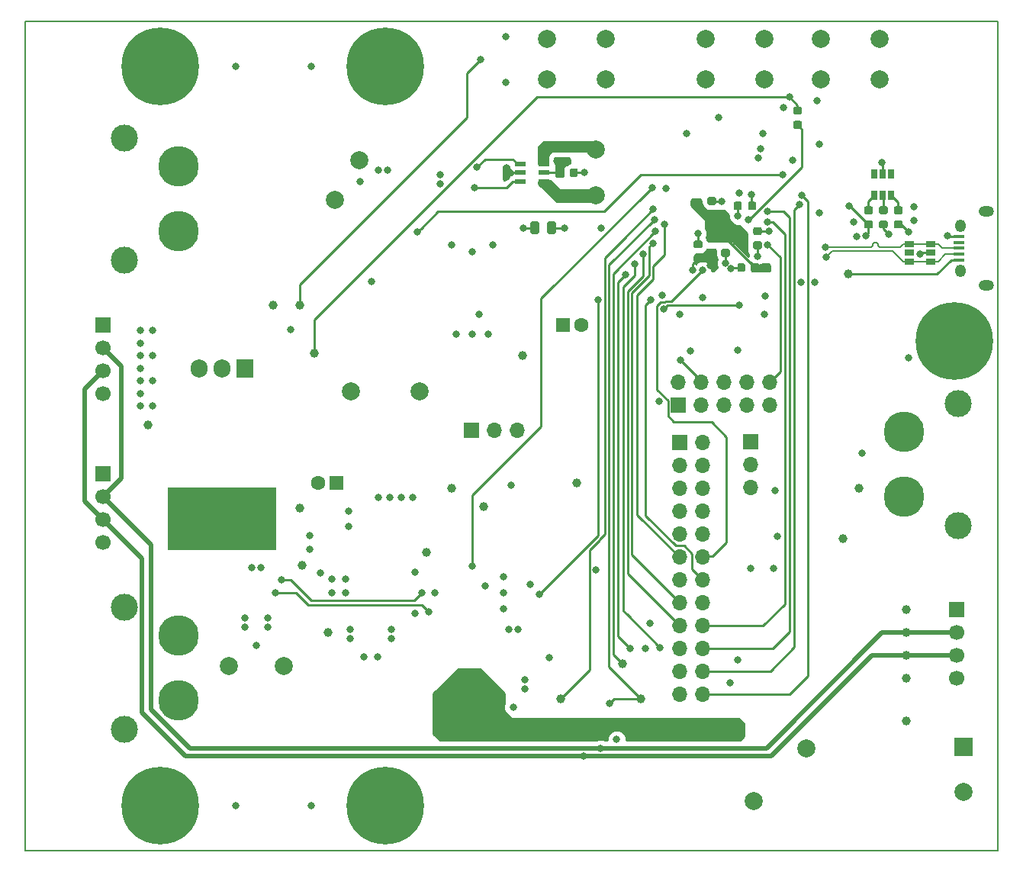
<source format=gbr>
G04 #@! TF.GenerationSoftware,KiCad,Pcbnew,5.0.2+dfsg1-1~bpo9+1*
G04 #@! TF.CreationDate,2019-02-21T15:21:29-05:00*
G04 #@! TF.ProjectId,nu.ai_motor_controller,6e752e61-695f-46d6-9f74-6f725f636f6e,rev?*
G04 #@! TF.SameCoordinates,Original*
G04 #@! TF.FileFunction,Copper,L4,Bot*
G04 #@! TF.FilePolarity,Positive*
%FSLAX46Y46*%
G04 Gerber Fmt 4.6, Leading zero omitted, Abs format (unit mm)*
G04 Created by KiCad (PCBNEW 5.0.2+dfsg1-1~bpo9+1) date Thu 21 Feb 2019 03:21:29 PM EST*
%MOMM*%
%LPD*%
G01*
G04 APERTURE LIST*
G04 #@! TA.AperFunction,NonConductor*
%ADD10C,0.150000*%
G04 #@! TD*
G04 #@! TA.AperFunction,Conductor*
%ADD11C,0.100000*%
G04 #@! TD*
G04 #@! TA.AperFunction,SMDPad,CuDef*
%ADD12C,0.875000*%
G04 #@! TD*
G04 #@! TA.AperFunction,ComponentPad*
%ADD13C,1.600000*%
G04 #@! TD*
G04 #@! TA.AperFunction,ComponentPad*
%ADD14R,1.600000X1.600000*%
G04 #@! TD*
G04 #@! TA.AperFunction,SMDPad,CuDef*
%ADD15R,0.700000X1.000000*%
G04 #@! TD*
G04 #@! TA.AperFunction,SMDPad,CuDef*
%ADD16C,0.975000*%
G04 #@! TD*
G04 #@! TA.AperFunction,ComponentPad*
%ADD17O,1.700000X1.700000*%
G04 #@! TD*
G04 #@! TA.AperFunction,ComponentPad*
%ADD18R,1.700000X1.700000*%
G04 #@! TD*
G04 #@! TA.AperFunction,SMDPad,CuDef*
%ADD19R,1.200000X0.400000*%
G04 #@! TD*
G04 #@! TA.AperFunction,ComponentPad*
%ADD20O,1.200000X1.400000*%
G04 #@! TD*
G04 #@! TA.AperFunction,ComponentPad*
%ADD21O,1.700000X1.200000*%
G04 #@! TD*
G04 #@! TA.AperFunction,ComponentPad*
%ADD22C,4.500000*%
G04 #@! TD*
G04 #@! TA.AperFunction,ComponentPad*
%ADD23C,3.000000*%
G04 #@! TD*
G04 #@! TA.AperFunction,ComponentPad*
%ADD24C,2.000000*%
G04 #@! TD*
G04 #@! TA.AperFunction,ComponentPad*
%ADD25R,2.000000X2.000000*%
G04 #@! TD*
G04 #@! TA.AperFunction,SMDPad,CuDef*
%ADD26R,1.200000X0.600000*%
G04 #@! TD*
G04 #@! TA.AperFunction,ComponentPad*
%ADD27C,1.700000*%
G04 #@! TD*
G04 #@! TA.AperFunction,ComponentPad*
%ADD28C,1.000000*%
G04 #@! TD*
G04 #@! TA.AperFunction,ComponentPad*
%ADD29O,1.905000X2.000000*%
G04 #@! TD*
G04 #@! TA.AperFunction,ComponentPad*
%ADD30R,1.905000X2.000000*%
G04 #@! TD*
G04 #@! TA.AperFunction,ComponentPad*
%ADD31R,12.000000X7.000000*%
G04 #@! TD*
G04 #@! TA.AperFunction,SMDPad,CuDef*
%ADD32R,1.000000X0.700000*%
G04 #@! TD*
G04 #@! TA.AperFunction,ComponentPad*
%ADD33C,8.600000*%
G04 #@! TD*
G04 #@! TA.AperFunction,ViaPad*
%ADD34C,0.800000*%
G04 #@! TD*
G04 #@! TA.AperFunction,Conductor*
%ADD35C,0.250000*%
G04 #@! TD*
G04 #@! TA.AperFunction,Conductor*
%ADD36C,0.200000*%
G04 #@! TD*
G04 #@! TA.AperFunction,Conductor*
%ADD37C,0.500000*%
G04 #@! TD*
G04 #@! TA.AperFunction,Conductor*
%ADD38C,0.254000*%
G04 #@! TD*
G04 APERTURE END LIST*
D10*
X182970000Y-134900000D02*
X74970000Y-134900000D01*
X182970000Y-42900000D02*
X182970000Y-134900000D01*
X74970000Y-42900000D02*
X182970000Y-42900000D01*
X74970000Y-134900000D02*
X74970000Y-42900000D01*
D11*
G04 #@! TO.N,GND*
G04 #@! TO.C,C10*
G36*
X154319691Y-62878053D02*
X154340926Y-62881203D01*
X154361750Y-62886419D01*
X154381962Y-62893651D01*
X154401368Y-62902830D01*
X154419781Y-62913866D01*
X154437024Y-62926654D01*
X154452930Y-62941070D01*
X154467346Y-62956976D01*
X154480134Y-62974219D01*
X154491170Y-62992632D01*
X154500349Y-63012038D01*
X154507581Y-63032250D01*
X154512797Y-63053074D01*
X154515947Y-63074309D01*
X154517000Y-63095750D01*
X154517000Y-63608250D01*
X154515947Y-63629691D01*
X154512797Y-63650926D01*
X154507581Y-63671750D01*
X154500349Y-63691962D01*
X154491170Y-63711368D01*
X154480134Y-63729781D01*
X154467346Y-63747024D01*
X154452930Y-63762930D01*
X154437024Y-63777346D01*
X154419781Y-63790134D01*
X154401368Y-63801170D01*
X154381962Y-63810349D01*
X154361750Y-63817581D01*
X154340926Y-63822797D01*
X154319691Y-63825947D01*
X154298250Y-63827000D01*
X153860750Y-63827000D01*
X153839309Y-63825947D01*
X153818074Y-63822797D01*
X153797250Y-63817581D01*
X153777038Y-63810349D01*
X153757632Y-63801170D01*
X153739219Y-63790134D01*
X153721976Y-63777346D01*
X153706070Y-63762930D01*
X153691654Y-63747024D01*
X153678866Y-63729781D01*
X153667830Y-63711368D01*
X153658651Y-63691962D01*
X153651419Y-63671750D01*
X153646203Y-63650926D01*
X153643053Y-63629691D01*
X153642000Y-63608250D01*
X153642000Y-63095750D01*
X153643053Y-63074309D01*
X153646203Y-63053074D01*
X153651419Y-63032250D01*
X153658651Y-63012038D01*
X153667830Y-62992632D01*
X153678866Y-62974219D01*
X153691654Y-62956976D01*
X153706070Y-62941070D01*
X153721976Y-62926654D01*
X153739219Y-62913866D01*
X153757632Y-62902830D01*
X153777038Y-62893651D01*
X153797250Y-62886419D01*
X153818074Y-62881203D01*
X153839309Y-62878053D01*
X153860750Y-62877000D01*
X154298250Y-62877000D01*
X154319691Y-62878053D01*
X154319691Y-62878053D01*
G37*
D12*
G04 #@! TD*
G04 #@! TO.P,C10,2*
G04 #@! TO.N,GND*
X154079500Y-63352000D03*
D11*
G04 #@! TO.N,VDD_uC*
G04 #@! TO.C,C10*
G36*
X155894691Y-62878053D02*
X155915926Y-62881203D01*
X155936750Y-62886419D01*
X155956962Y-62893651D01*
X155976368Y-62902830D01*
X155994781Y-62913866D01*
X156012024Y-62926654D01*
X156027930Y-62941070D01*
X156042346Y-62956976D01*
X156055134Y-62974219D01*
X156066170Y-62992632D01*
X156075349Y-63012038D01*
X156082581Y-63032250D01*
X156087797Y-63053074D01*
X156090947Y-63074309D01*
X156092000Y-63095750D01*
X156092000Y-63608250D01*
X156090947Y-63629691D01*
X156087797Y-63650926D01*
X156082581Y-63671750D01*
X156075349Y-63691962D01*
X156066170Y-63711368D01*
X156055134Y-63729781D01*
X156042346Y-63747024D01*
X156027930Y-63762930D01*
X156012024Y-63777346D01*
X155994781Y-63790134D01*
X155976368Y-63801170D01*
X155956962Y-63810349D01*
X155936750Y-63817581D01*
X155915926Y-63822797D01*
X155894691Y-63825947D01*
X155873250Y-63827000D01*
X155435750Y-63827000D01*
X155414309Y-63825947D01*
X155393074Y-63822797D01*
X155372250Y-63817581D01*
X155352038Y-63810349D01*
X155332632Y-63801170D01*
X155314219Y-63790134D01*
X155296976Y-63777346D01*
X155281070Y-63762930D01*
X155266654Y-63747024D01*
X155253866Y-63729781D01*
X155242830Y-63711368D01*
X155233651Y-63691962D01*
X155226419Y-63671750D01*
X155221203Y-63650926D01*
X155218053Y-63629691D01*
X155217000Y-63608250D01*
X155217000Y-63095750D01*
X155218053Y-63074309D01*
X155221203Y-63053074D01*
X155226419Y-63032250D01*
X155233651Y-63012038D01*
X155242830Y-62992632D01*
X155253866Y-62974219D01*
X155266654Y-62956976D01*
X155281070Y-62941070D01*
X155296976Y-62926654D01*
X155314219Y-62913866D01*
X155332632Y-62902830D01*
X155352038Y-62893651D01*
X155372250Y-62886419D01*
X155393074Y-62881203D01*
X155414309Y-62878053D01*
X155435750Y-62877000D01*
X155873250Y-62877000D01*
X155894691Y-62878053D01*
X155894691Y-62878053D01*
G37*
D12*
G04 #@! TD*
G04 #@! TO.P,C10,1*
G04 #@! TO.N,VDD_uC*
X155654500Y-63352000D03*
D11*
G04 #@! TO.N,GND*
G04 #@! TO.C,C6*
G36*
X136108191Y-59195053D02*
X136129426Y-59198203D01*
X136150250Y-59203419D01*
X136170462Y-59210651D01*
X136189868Y-59219830D01*
X136208281Y-59230866D01*
X136225524Y-59243654D01*
X136241430Y-59258070D01*
X136255846Y-59273976D01*
X136268634Y-59291219D01*
X136279670Y-59309632D01*
X136288849Y-59329038D01*
X136296081Y-59349250D01*
X136301297Y-59370074D01*
X136304447Y-59391309D01*
X136305500Y-59412750D01*
X136305500Y-59925250D01*
X136304447Y-59946691D01*
X136301297Y-59967926D01*
X136296081Y-59988750D01*
X136288849Y-60008962D01*
X136279670Y-60028368D01*
X136268634Y-60046781D01*
X136255846Y-60064024D01*
X136241430Y-60079930D01*
X136225524Y-60094346D01*
X136208281Y-60107134D01*
X136189868Y-60118170D01*
X136170462Y-60127349D01*
X136150250Y-60134581D01*
X136129426Y-60139797D01*
X136108191Y-60142947D01*
X136086750Y-60144000D01*
X135649250Y-60144000D01*
X135627809Y-60142947D01*
X135606574Y-60139797D01*
X135585750Y-60134581D01*
X135565538Y-60127349D01*
X135546132Y-60118170D01*
X135527719Y-60107134D01*
X135510476Y-60094346D01*
X135494570Y-60079930D01*
X135480154Y-60064024D01*
X135467366Y-60046781D01*
X135456330Y-60028368D01*
X135447151Y-60008962D01*
X135439919Y-59988750D01*
X135434703Y-59967926D01*
X135431553Y-59946691D01*
X135430500Y-59925250D01*
X135430500Y-59412750D01*
X135431553Y-59391309D01*
X135434703Y-59370074D01*
X135439919Y-59349250D01*
X135447151Y-59329038D01*
X135456330Y-59309632D01*
X135467366Y-59291219D01*
X135480154Y-59273976D01*
X135494570Y-59258070D01*
X135510476Y-59243654D01*
X135527719Y-59230866D01*
X135546132Y-59219830D01*
X135565538Y-59210651D01*
X135585750Y-59203419D01*
X135606574Y-59198203D01*
X135627809Y-59195053D01*
X135649250Y-59194000D01*
X136086750Y-59194000D01*
X136108191Y-59195053D01*
X136108191Y-59195053D01*
G37*
D12*
G04 #@! TD*
G04 #@! TO.P,C6,2*
G04 #@! TO.N,GND*
X135868000Y-59669000D03*
D11*
G04 #@! TO.N,VDD_BAT*
G04 #@! TO.C,C6*
G36*
X134533191Y-59195053D02*
X134554426Y-59198203D01*
X134575250Y-59203419D01*
X134595462Y-59210651D01*
X134614868Y-59219830D01*
X134633281Y-59230866D01*
X134650524Y-59243654D01*
X134666430Y-59258070D01*
X134680846Y-59273976D01*
X134693634Y-59291219D01*
X134704670Y-59309632D01*
X134713849Y-59329038D01*
X134721081Y-59349250D01*
X134726297Y-59370074D01*
X134729447Y-59391309D01*
X134730500Y-59412750D01*
X134730500Y-59925250D01*
X134729447Y-59946691D01*
X134726297Y-59967926D01*
X134721081Y-59988750D01*
X134713849Y-60008962D01*
X134704670Y-60028368D01*
X134693634Y-60046781D01*
X134680846Y-60064024D01*
X134666430Y-60079930D01*
X134650524Y-60094346D01*
X134633281Y-60107134D01*
X134614868Y-60118170D01*
X134595462Y-60127349D01*
X134575250Y-60134581D01*
X134554426Y-60139797D01*
X134533191Y-60142947D01*
X134511750Y-60144000D01*
X134074250Y-60144000D01*
X134052809Y-60142947D01*
X134031574Y-60139797D01*
X134010750Y-60134581D01*
X133990538Y-60127349D01*
X133971132Y-60118170D01*
X133952719Y-60107134D01*
X133935476Y-60094346D01*
X133919570Y-60079930D01*
X133905154Y-60064024D01*
X133892366Y-60046781D01*
X133881330Y-60028368D01*
X133872151Y-60008962D01*
X133864919Y-59988750D01*
X133859703Y-59967926D01*
X133856553Y-59946691D01*
X133855500Y-59925250D01*
X133855500Y-59412750D01*
X133856553Y-59391309D01*
X133859703Y-59370074D01*
X133864919Y-59349250D01*
X133872151Y-59329038D01*
X133881330Y-59309632D01*
X133892366Y-59291219D01*
X133905154Y-59273976D01*
X133919570Y-59258070D01*
X133935476Y-59243654D01*
X133952719Y-59230866D01*
X133971132Y-59219830D01*
X133990538Y-59210651D01*
X134010750Y-59203419D01*
X134031574Y-59198203D01*
X134052809Y-59195053D01*
X134074250Y-59194000D01*
X134511750Y-59194000D01*
X134533191Y-59195053D01*
X134533191Y-59195053D01*
G37*
D12*
G04 #@! TD*
G04 #@! TO.P,C6,1*
G04 #@! TO.N,VDD_BAT*
X134293000Y-59669000D03*
D11*
G04 #@! TO.N,GND*
G04 #@! TO.C,C9*
G36*
X149937691Y-67182553D02*
X149958926Y-67185703D01*
X149979750Y-67190919D01*
X149999962Y-67198151D01*
X150019368Y-67207330D01*
X150037781Y-67218366D01*
X150055024Y-67231154D01*
X150070930Y-67245570D01*
X150085346Y-67261476D01*
X150098134Y-67278719D01*
X150109170Y-67297132D01*
X150118349Y-67316538D01*
X150125581Y-67336750D01*
X150130797Y-67357574D01*
X150133947Y-67378809D01*
X150135000Y-67400250D01*
X150135000Y-67837750D01*
X150133947Y-67859191D01*
X150130797Y-67880426D01*
X150125581Y-67901250D01*
X150118349Y-67921462D01*
X150109170Y-67940868D01*
X150098134Y-67959281D01*
X150085346Y-67976524D01*
X150070930Y-67992430D01*
X150055024Y-68006846D01*
X150037781Y-68019634D01*
X150019368Y-68030670D01*
X149999962Y-68039849D01*
X149979750Y-68047081D01*
X149958926Y-68052297D01*
X149937691Y-68055447D01*
X149916250Y-68056500D01*
X149403750Y-68056500D01*
X149382309Y-68055447D01*
X149361074Y-68052297D01*
X149340250Y-68047081D01*
X149320038Y-68039849D01*
X149300632Y-68030670D01*
X149282219Y-68019634D01*
X149264976Y-68006846D01*
X149249070Y-67992430D01*
X149234654Y-67976524D01*
X149221866Y-67959281D01*
X149210830Y-67940868D01*
X149201651Y-67921462D01*
X149194419Y-67901250D01*
X149189203Y-67880426D01*
X149186053Y-67859191D01*
X149185000Y-67837750D01*
X149185000Y-67400250D01*
X149186053Y-67378809D01*
X149189203Y-67357574D01*
X149194419Y-67336750D01*
X149201651Y-67316538D01*
X149210830Y-67297132D01*
X149221866Y-67278719D01*
X149234654Y-67261476D01*
X149249070Y-67245570D01*
X149264976Y-67231154D01*
X149282219Y-67218366D01*
X149300632Y-67207330D01*
X149320038Y-67198151D01*
X149340250Y-67190919D01*
X149361074Y-67185703D01*
X149382309Y-67182553D01*
X149403750Y-67181500D01*
X149916250Y-67181500D01*
X149937691Y-67182553D01*
X149937691Y-67182553D01*
G37*
D12*
G04 #@! TD*
G04 #@! TO.P,C9,2*
G04 #@! TO.N,GND*
X149660000Y-67619000D03*
D11*
G04 #@! TO.N,VDD_uC*
G04 #@! TO.C,C9*
G36*
X149937691Y-68757553D02*
X149958926Y-68760703D01*
X149979750Y-68765919D01*
X149999962Y-68773151D01*
X150019368Y-68782330D01*
X150037781Y-68793366D01*
X150055024Y-68806154D01*
X150070930Y-68820570D01*
X150085346Y-68836476D01*
X150098134Y-68853719D01*
X150109170Y-68872132D01*
X150118349Y-68891538D01*
X150125581Y-68911750D01*
X150130797Y-68932574D01*
X150133947Y-68953809D01*
X150135000Y-68975250D01*
X150135000Y-69412750D01*
X150133947Y-69434191D01*
X150130797Y-69455426D01*
X150125581Y-69476250D01*
X150118349Y-69496462D01*
X150109170Y-69515868D01*
X150098134Y-69534281D01*
X150085346Y-69551524D01*
X150070930Y-69567430D01*
X150055024Y-69581846D01*
X150037781Y-69594634D01*
X150019368Y-69605670D01*
X149999962Y-69614849D01*
X149979750Y-69622081D01*
X149958926Y-69627297D01*
X149937691Y-69630447D01*
X149916250Y-69631500D01*
X149403750Y-69631500D01*
X149382309Y-69630447D01*
X149361074Y-69627297D01*
X149340250Y-69622081D01*
X149320038Y-69614849D01*
X149300632Y-69605670D01*
X149282219Y-69594634D01*
X149264976Y-69581846D01*
X149249070Y-69567430D01*
X149234654Y-69551524D01*
X149221866Y-69534281D01*
X149210830Y-69515868D01*
X149201651Y-69496462D01*
X149194419Y-69476250D01*
X149189203Y-69455426D01*
X149186053Y-69434191D01*
X149185000Y-69412750D01*
X149185000Y-68975250D01*
X149186053Y-68953809D01*
X149189203Y-68932574D01*
X149194419Y-68911750D01*
X149201651Y-68891538D01*
X149210830Y-68872132D01*
X149221866Y-68853719D01*
X149234654Y-68836476D01*
X149249070Y-68820570D01*
X149264976Y-68806154D01*
X149282219Y-68793366D01*
X149300632Y-68782330D01*
X149320038Y-68773151D01*
X149340250Y-68765919D01*
X149361074Y-68760703D01*
X149382309Y-68757553D01*
X149403750Y-68756500D01*
X149916250Y-68756500D01*
X149937691Y-68757553D01*
X149937691Y-68757553D01*
G37*
D12*
G04 #@! TD*
G04 #@! TO.P,C9,1*
G04 #@! TO.N,VDD_uC*
X149660000Y-69194000D03*
D11*
G04 #@! TO.N,GND*
G04 #@! TO.C,C14*
G36*
X151461691Y-62382053D02*
X151482926Y-62385203D01*
X151503750Y-62390419D01*
X151523962Y-62397651D01*
X151543368Y-62406830D01*
X151561781Y-62417866D01*
X151579024Y-62430654D01*
X151594930Y-62445070D01*
X151609346Y-62460976D01*
X151622134Y-62478219D01*
X151633170Y-62496632D01*
X151642349Y-62516038D01*
X151649581Y-62536250D01*
X151654797Y-62557074D01*
X151657947Y-62578309D01*
X151659000Y-62599750D01*
X151659000Y-63037250D01*
X151657947Y-63058691D01*
X151654797Y-63079926D01*
X151649581Y-63100750D01*
X151642349Y-63120962D01*
X151633170Y-63140368D01*
X151622134Y-63158781D01*
X151609346Y-63176024D01*
X151594930Y-63191930D01*
X151579024Y-63206346D01*
X151561781Y-63219134D01*
X151543368Y-63230170D01*
X151523962Y-63239349D01*
X151503750Y-63246581D01*
X151482926Y-63251797D01*
X151461691Y-63254947D01*
X151440250Y-63256000D01*
X150927750Y-63256000D01*
X150906309Y-63254947D01*
X150885074Y-63251797D01*
X150864250Y-63246581D01*
X150844038Y-63239349D01*
X150824632Y-63230170D01*
X150806219Y-63219134D01*
X150788976Y-63206346D01*
X150773070Y-63191930D01*
X150758654Y-63176024D01*
X150745866Y-63158781D01*
X150734830Y-63140368D01*
X150725651Y-63120962D01*
X150718419Y-63100750D01*
X150713203Y-63079926D01*
X150710053Y-63058691D01*
X150709000Y-63037250D01*
X150709000Y-62599750D01*
X150710053Y-62578309D01*
X150713203Y-62557074D01*
X150718419Y-62536250D01*
X150725651Y-62516038D01*
X150734830Y-62496632D01*
X150745866Y-62478219D01*
X150758654Y-62460976D01*
X150773070Y-62445070D01*
X150788976Y-62430654D01*
X150806219Y-62417866D01*
X150824632Y-62406830D01*
X150844038Y-62397651D01*
X150864250Y-62390419D01*
X150885074Y-62385203D01*
X150906309Y-62382053D01*
X150927750Y-62381000D01*
X151440250Y-62381000D01*
X151461691Y-62382053D01*
X151461691Y-62382053D01*
G37*
D12*
G04 #@! TD*
G04 #@! TO.P,C14,2*
G04 #@! TO.N,GND*
X151184000Y-62818500D03*
D11*
G04 #@! TO.N,/microcontroller/uC_AVCC*
G04 #@! TO.C,C14*
G36*
X151461691Y-63957053D02*
X151482926Y-63960203D01*
X151503750Y-63965419D01*
X151523962Y-63972651D01*
X151543368Y-63981830D01*
X151561781Y-63992866D01*
X151579024Y-64005654D01*
X151594930Y-64020070D01*
X151609346Y-64035976D01*
X151622134Y-64053219D01*
X151633170Y-64071632D01*
X151642349Y-64091038D01*
X151649581Y-64111250D01*
X151654797Y-64132074D01*
X151657947Y-64153309D01*
X151659000Y-64174750D01*
X151659000Y-64612250D01*
X151657947Y-64633691D01*
X151654797Y-64654926D01*
X151649581Y-64675750D01*
X151642349Y-64695962D01*
X151633170Y-64715368D01*
X151622134Y-64733781D01*
X151609346Y-64751024D01*
X151594930Y-64766930D01*
X151579024Y-64781346D01*
X151561781Y-64794134D01*
X151543368Y-64805170D01*
X151523962Y-64814349D01*
X151503750Y-64821581D01*
X151482926Y-64826797D01*
X151461691Y-64829947D01*
X151440250Y-64831000D01*
X150927750Y-64831000D01*
X150906309Y-64829947D01*
X150885074Y-64826797D01*
X150864250Y-64821581D01*
X150844038Y-64814349D01*
X150824632Y-64805170D01*
X150806219Y-64794134D01*
X150788976Y-64781346D01*
X150773070Y-64766930D01*
X150758654Y-64751024D01*
X150745866Y-64733781D01*
X150734830Y-64715368D01*
X150725651Y-64695962D01*
X150718419Y-64675750D01*
X150713203Y-64654926D01*
X150710053Y-64633691D01*
X150709000Y-64612250D01*
X150709000Y-64174750D01*
X150710053Y-64153309D01*
X150713203Y-64132074D01*
X150718419Y-64111250D01*
X150725651Y-64091038D01*
X150734830Y-64071632D01*
X150745866Y-64053219D01*
X150758654Y-64035976D01*
X150773070Y-64020070D01*
X150788976Y-64005654D01*
X150806219Y-63992866D01*
X150824632Y-63981830D01*
X150844038Y-63972651D01*
X150864250Y-63965419D01*
X150885074Y-63960203D01*
X150906309Y-63957053D01*
X150927750Y-63956000D01*
X151440250Y-63956000D01*
X151461691Y-63957053D01*
X151461691Y-63957053D01*
G37*
D12*
G04 #@! TD*
G04 #@! TO.P,C14,1*
G04 #@! TO.N,/microcontroller/uC_AVCC*
X151184000Y-64393500D03*
D11*
G04 #@! TO.N,GND*
G04 #@! TO.C,C15*
G36*
X154700691Y-69736053D02*
X154721926Y-69739203D01*
X154742750Y-69744419D01*
X154762962Y-69751651D01*
X154782368Y-69760830D01*
X154800781Y-69771866D01*
X154818024Y-69784654D01*
X154833930Y-69799070D01*
X154848346Y-69814976D01*
X154861134Y-69832219D01*
X154872170Y-69850632D01*
X154881349Y-69870038D01*
X154888581Y-69890250D01*
X154893797Y-69911074D01*
X154896947Y-69932309D01*
X154898000Y-69953750D01*
X154898000Y-70466250D01*
X154896947Y-70487691D01*
X154893797Y-70508926D01*
X154888581Y-70529750D01*
X154881349Y-70549962D01*
X154872170Y-70569368D01*
X154861134Y-70587781D01*
X154848346Y-70605024D01*
X154833930Y-70620930D01*
X154818024Y-70635346D01*
X154800781Y-70648134D01*
X154782368Y-70659170D01*
X154762962Y-70668349D01*
X154742750Y-70675581D01*
X154721926Y-70680797D01*
X154700691Y-70683947D01*
X154679250Y-70685000D01*
X154241750Y-70685000D01*
X154220309Y-70683947D01*
X154199074Y-70680797D01*
X154178250Y-70675581D01*
X154158038Y-70668349D01*
X154138632Y-70659170D01*
X154120219Y-70648134D01*
X154102976Y-70635346D01*
X154087070Y-70620930D01*
X154072654Y-70605024D01*
X154059866Y-70587781D01*
X154048830Y-70569368D01*
X154039651Y-70549962D01*
X154032419Y-70529750D01*
X154027203Y-70508926D01*
X154024053Y-70487691D01*
X154023000Y-70466250D01*
X154023000Y-69953750D01*
X154024053Y-69932309D01*
X154027203Y-69911074D01*
X154032419Y-69890250D01*
X154039651Y-69870038D01*
X154048830Y-69850632D01*
X154059866Y-69832219D01*
X154072654Y-69814976D01*
X154087070Y-69799070D01*
X154102976Y-69784654D01*
X154120219Y-69771866D01*
X154138632Y-69760830D01*
X154158038Y-69751651D01*
X154178250Y-69744419D01*
X154199074Y-69739203D01*
X154220309Y-69736053D01*
X154241750Y-69735000D01*
X154679250Y-69735000D01*
X154700691Y-69736053D01*
X154700691Y-69736053D01*
G37*
D12*
G04 #@! TD*
G04 #@! TO.P,C15,2*
G04 #@! TO.N,GND*
X154460500Y-70210000D03*
D11*
G04 #@! TO.N,/microcontroller/uC_AVCC*
G04 #@! TO.C,C15*
G36*
X156275691Y-69736053D02*
X156296926Y-69739203D01*
X156317750Y-69744419D01*
X156337962Y-69751651D01*
X156357368Y-69760830D01*
X156375781Y-69771866D01*
X156393024Y-69784654D01*
X156408930Y-69799070D01*
X156423346Y-69814976D01*
X156436134Y-69832219D01*
X156447170Y-69850632D01*
X156456349Y-69870038D01*
X156463581Y-69890250D01*
X156468797Y-69911074D01*
X156471947Y-69932309D01*
X156473000Y-69953750D01*
X156473000Y-70466250D01*
X156471947Y-70487691D01*
X156468797Y-70508926D01*
X156463581Y-70529750D01*
X156456349Y-70549962D01*
X156447170Y-70569368D01*
X156436134Y-70587781D01*
X156423346Y-70605024D01*
X156408930Y-70620930D01*
X156393024Y-70635346D01*
X156375781Y-70648134D01*
X156357368Y-70659170D01*
X156337962Y-70668349D01*
X156317750Y-70675581D01*
X156296926Y-70680797D01*
X156275691Y-70683947D01*
X156254250Y-70685000D01*
X155816750Y-70685000D01*
X155795309Y-70683947D01*
X155774074Y-70680797D01*
X155753250Y-70675581D01*
X155733038Y-70668349D01*
X155713632Y-70659170D01*
X155695219Y-70648134D01*
X155677976Y-70635346D01*
X155662070Y-70620930D01*
X155647654Y-70605024D01*
X155634866Y-70587781D01*
X155623830Y-70569368D01*
X155614651Y-70549962D01*
X155607419Y-70529750D01*
X155602203Y-70508926D01*
X155599053Y-70487691D01*
X155598000Y-70466250D01*
X155598000Y-69953750D01*
X155599053Y-69932309D01*
X155602203Y-69911074D01*
X155607419Y-69890250D01*
X155614651Y-69870038D01*
X155623830Y-69850632D01*
X155634866Y-69832219D01*
X155647654Y-69814976D01*
X155662070Y-69799070D01*
X155677976Y-69784654D01*
X155695219Y-69771866D01*
X155713632Y-69760830D01*
X155733038Y-69751651D01*
X155753250Y-69744419D01*
X155774074Y-69739203D01*
X155795309Y-69736053D01*
X155816750Y-69735000D01*
X156254250Y-69735000D01*
X156275691Y-69736053D01*
X156275691Y-69736053D01*
G37*
D12*
G04 #@! TD*
G04 #@! TO.P,C15,1*
G04 #@! TO.N,/microcontroller/uC_AVCC*
X156035500Y-70210000D03*
D11*
G04 #@! TO.N,GND*
G04 #@! TO.C,C20*
G36*
X156541691Y-67284553D02*
X156562926Y-67287703D01*
X156583750Y-67292919D01*
X156603962Y-67300151D01*
X156623368Y-67309330D01*
X156641781Y-67320366D01*
X156659024Y-67333154D01*
X156674930Y-67347570D01*
X156689346Y-67363476D01*
X156702134Y-67380719D01*
X156713170Y-67399132D01*
X156722349Y-67418538D01*
X156729581Y-67438750D01*
X156734797Y-67459574D01*
X156737947Y-67480809D01*
X156739000Y-67502250D01*
X156739000Y-67939750D01*
X156737947Y-67961191D01*
X156734797Y-67982426D01*
X156729581Y-68003250D01*
X156722349Y-68023462D01*
X156713170Y-68042868D01*
X156702134Y-68061281D01*
X156689346Y-68078524D01*
X156674930Y-68094430D01*
X156659024Y-68108846D01*
X156641781Y-68121634D01*
X156623368Y-68132670D01*
X156603962Y-68141849D01*
X156583750Y-68149081D01*
X156562926Y-68154297D01*
X156541691Y-68157447D01*
X156520250Y-68158500D01*
X156007750Y-68158500D01*
X155986309Y-68157447D01*
X155965074Y-68154297D01*
X155944250Y-68149081D01*
X155924038Y-68141849D01*
X155904632Y-68132670D01*
X155886219Y-68121634D01*
X155868976Y-68108846D01*
X155853070Y-68094430D01*
X155838654Y-68078524D01*
X155825866Y-68061281D01*
X155814830Y-68042868D01*
X155805651Y-68023462D01*
X155798419Y-68003250D01*
X155793203Y-67982426D01*
X155790053Y-67961191D01*
X155789000Y-67939750D01*
X155789000Y-67502250D01*
X155790053Y-67480809D01*
X155793203Y-67459574D01*
X155798419Y-67438750D01*
X155805651Y-67418538D01*
X155814830Y-67399132D01*
X155825866Y-67380719D01*
X155838654Y-67363476D01*
X155853070Y-67347570D01*
X155868976Y-67333154D01*
X155886219Y-67320366D01*
X155904632Y-67309330D01*
X155924038Y-67300151D01*
X155944250Y-67292919D01*
X155965074Y-67287703D01*
X155986309Y-67284553D01*
X156007750Y-67283500D01*
X156520250Y-67283500D01*
X156541691Y-67284553D01*
X156541691Y-67284553D01*
G37*
D12*
G04 #@! TD*
G04 #@! TO.P,C20,2*
G04 #@! TO.N,GND*
X156264000Y-67721000D03*
D11*
G04 #@! TO.N,Net-(C20-Pad1)*
G04 #@! TO.C,C20*
G36*
X156541691Y-65709553D02*
X156562926Y-65712703D01*
X156583750Y-65717919D01*
X156603962Y-65725151D01*
X156623368Y-65734330D01*
X156641781Y-65745366D01*
X156659024Y-65758154D01*
X156674930Y-65772570D01*
X156689346Y-65788476D01*
X156702134Y-65805719D01*
X156713170Y-65824132D01*
X156722349Y-65843538D01*
X156729581Y-65863750D01*
X156734797Y-65884574D01*
X156737947Y-65905809D01*
X156739000Y-65927250D01*
X156739000Y-66364750D01*
X156737947Y-66386191D01*
X156734797Y-66407426D01*
X156729581Y-66428250D01*
X156722349Y-66448462D01*
X156713170Y-66467868D01*
X156702134Y-66486281D01*
X156689346Y-66503524D01*
X156674930Y-66519430D01*
X156659024Y-66533846D01*
X156641781Y-66546634D01*
X156623368Y-66557670D01*
X156603962Y-66566849D01*
X156583750Y-66574081D01*
X156562926Y-66579297D01*
X156541691Y-66582447D01*
X156520250Y-66583500D01*
X156007750Y-66583500D01*
X155986309Y-66582447D01*
X155965074Y-66579297D01*
X155944250Y-66574081D01*
X155924038Y-66566849D01*
X155904632Y-66557670D01*
X155886219Y-66546634D01*
X155868976Y-66533846D01*
X155853070Y-66519430D01*
X155838654Y-66503524D01*
X155825866Y-66486281D01*
X155814830Y-66467868D01*
X155805651Y-66448462D01*
X155798419Y-66428250D01*
X155793203Y-66407426D01*
X155790053Y-66386191D01*
X155789000Y-66364750D01*
X155789000Y-65927250D01*
X155790053Y-65905809D01*
X155793203Y-65884574D01*
X155798419Y-65863750D01*
X155805651Y-65843538D01*
X155814830Y-65824132D01*
X155825866Y-65805719D01*
X155838654Y-65788476D01*
X155853070Y-65772570D01*
X155868976Y-65758154D01*
X155886219Y-65745366D01*
X155904632Y-65734330D01*
X155924038Y-65725151D01*
X155944250Y-65717919D01*
X155965074Y-65712703D01*
X155986309Y-65709553D01*
X156007750Y-65708500D01*
X156520250Y-65708500D01*
X156541691Y-65709553D01*
X156541691Y-65709553D01*
G37*
D12*
G04 #@! TD*
G04 #@! TO.P,C20,1*
G04 #@! TO.N,Net-(C20-Pad1)*
X156264000Y-66146000D03*
D13*
G04 #@! TO.P,C23,2*
G04 #@! TO.N,GND*
X107496000Y-94086000D03*
D14*
G04 #@! TO.P,C23,1*
G04 #@! TO.N,+5V*
X109496000Y-94086000D03*
G04 #@! TD*
D11*
G04 #@! TO.N,GND*
G04 #@! TO.C,C31*
G36*
X152985691Y-68127213D02*
X153006926Y-68130363D01*
X153027750Y-68135579D01*
X153047962Y-68142811D01*
X153067368Y-68151990D01*
X153085781Y-68163026D01*
X153103024Y-68175814D01*
X153118930Y-68190230D01*
X153133346Y-68206136D01*
X153146134Y-68223379D01*
X153157170Y-68241792D01*
X153166349Y-68261198D01*
X153173581Y-68281410D01*
X153178797Y-68302234D01*
X153181947Y-68323469D01*
X153183000Y-68344910D01*
X153183000Y-68782410D01*
X153181947Y-68803851D01*
X153178797Y-68825086D01*
X153173581Y-68845910D01*
X153166349Y-68866122D01*
X153157170Y-68885528D01*
X153146134Y-68903941D01*
X153133346Y-68921184D01*
X153118930Y-68937090D01*
X153103024Y-68951506D01*
X153085781Y-68964294D01*
X153067368Y-68975330D01*
X153047962Y-68984509D01*
X153027750Y-68991741D01*
X153006926Y-68996957D01*
X152985691Y-69000107D01*
X152964250Y-69001160D01*
X152451750Y-69001160D01*
X152430309Y-69000107D01*
X152409074Y-68996957D01*
X152388250Y-68991741D01*
X152368038Y-68984509D01*
X152348632Y-68975330D01*
X152330219Y-68964294D01*
X152312976Y-68951506D01*
X152297070Y-68937090D01*
X152282654Y-68921184D01*
X152269866Y-68903941D01*
X152258830Y-68885528D01*
X152249651Y-68866122D01*
X152242419Y-68845910D01*
X152237203Y-68825086D01*
X152234053Y-68803851D01*
X152233000Y-68782410D01*
X152233000Y-68344910D01*
X152234053Y-68323469D01*
X152237203Y-68302234D01*
X152242419Y-68281410D01*
X152249651Y-68261198D01*
X152258830Y-68241792D01*
X152269866Y-68223379D01*
X152282654Y-68206136D01*
X152297070Y-68190230D01*
X152312976Y-68175814D01*
X152330219Y-68163026D01*
X152348632Y-68151990D01*
X152368038Y-68142811D01*
X152388250Y-68135579D01*
X152409074Y-68130363D01*
X152430309Y-68127213D01*
X152451750Y-68126160D01*
X152964250Y-68126160D01*
X152985691Y-68127213D01*
X152985691Y-68127213D01*
G37*
D12*
G04 #@! TD*
G04 #@! TO.P,C31,2*
G04 #@! TO.N,GND*
X152708000Y-68563660D03*
D11*
G04 #@! TO.N,/microcontroller/uC_AVCC*
G04 #@! TO.C,C31*
G36*
X152985691Y-66552213D02*
X153006926Y-66555363D01*
X153027750Y-66560579D01*
X153047962Y-66567811D01*
X153067368Y-66576990D01*
X153085781Y-66588026D01*
X153103024Y-66600814D01*
X153118930Y-66615230D01*
X153133346Y-66631136D01*
X153146134Y-66648379D01*
X153157170Y-66666792D01*
X153166349Y-66686198D01*
X153173581Y-66706410D01*
X153178797Y-66727234D01*
X153181947Y-66748469D01*
X153183000Y-66769910D01*
X153183000Y-67207410D01*
X153181947Y-67228851D01*
X153178797Y-67250086D01*
X153173581Y-67270910D01*
X153166349Y-67291122D01*
X153157170Y-67310528D01*
X153146134Y-67328941D01*
X153133346Y-67346184D01*
X153118930Y-67362090D01*
X153103024Y-67376506D01*
X153085781Y-67389294D01*
X153067368Y-67400330D01*
X153047962Y-67409509D01*
X153027750Y-67416741D01*
X153006926Y-67421957D01*
X152985691Y-67425107D01*
X152964250Y-67426160D01*
X152451750Y-67426160D01*
X152430309Y-67425107D01*
X152409074Y-67421957D01*
X152388250Y-67416741D01*
X152368038Y-67409509D01*
X152348632Y-67400330D01*
X152330219Y-67389294D01*
X152312976Y-67376506D01*
X152297070Y-67362090D01*
X152282654Y-67346184D01*
X152269866Y-67328941D01*
X152258830Y-67310528D01*
X152249651Y-67291122D01*
X152242419Y-67270910D01*
X152237203Y-67250086D01*
X152234053Y-67228851D01*
X152233000Y-67207410D01*
X152233000Y-66769910D01*
X152234053Y-66748469D01*
X152237203Y-66727234D01*
X152242419Y-66706410D01*
X152249651Y-66686198D01*
X152258830Y-66666792D01*
X152269866Y-66648379D01*
X152282654Y-66631136D01*
X152297070Y-66615230D01*
X152312976Y-66600814D01*
X152330219Y-66588026D01*
X152348632Y-66576990D01*
X152368038Y-66567811D01*
X152388250Y-66560579D01*
X152409074Y-66555363D01*
X152430309Y-66552213D01*
X152451750Y-66551160D01*
X152964250Y-66551160D01*
X152985691Y-66552213D01*
X152985691Y-66552213D01*
G37*
D12*
G04 #@! TD*
G04 #@! TO.P,C31,1*
G04 #@! TO.N,/microcontroller/uC_AVCC*
X152708000Y-66988660D03*
D15*
G04 #@! TO.P,D6,2*
G04 #@! TO.N,GND*
X170168000Y-59796000D03*
G04 #@! TO.P,D6,5*
G04 #@! TO.N,Net-(D6-Pad5)*
X170168000Y-62196000D03*
G04 #@! TO.P,D6,4*
G04 #@! TO.N,Net-(D6-Pad4)*
X171118000Y-62196000D03*
G04 #@! TO.P,D6,3*
G04 #@! TO.N,Net-(D6-Pad3)*
X171118000Y-59796000D03*
G04 #@! TO.P,D6,6*
G04 #@! TO.N,Net-(D6-Pad6)*
X169218000Y-62196000D03*
G04 #@! TO.P,D6,1*
G04 #@! TO.N,Net-(D6-Pad1)*
X169218000Y-59796000D03*
G04 #@! TD*
D11*
G04 #@! TO.N,VDD_BAT*
G04 #@! TO.C,D7*
G36*
X131807463Y-65080125D02*
X131831124Y-65083635D01*
X131854328Y-65089447D01*
X131876850Y-65097505D01*
X131898474Y-65107733D01*
X131918991Y-65120030D01*
X131938204Y-65134280D01*
X131955928Y-65150344D01*
X131971992Y-65168068D01*
X131986242Y-65187281D01*
X131998539Y-65207798D01*
X132008767Y-65229422D01*
X132016825Y-65251944D01*
X132022637Y-65275148D01*
X132026147Y-65298809D01*
X132027321Y-65322701D01*
X132027321Y-66235201D01*
X132026147Y-66259093D01*
X132022637Y-66282754D01*
X132016825Y-66305958D01*
X132008767Y-66328480D01*
X131998539Y-66350104D01*
X131986242Y-66370621D01*
X131971992Y-66389834D01*
X131955928Y-66407558D01*
X131938204Y-66423622D01*
X131918991Y-66437872D01*
X131898474Y-66450169D01*
X131876850Y-66460397D01*
X131854328Y-66468455D01*
X131831124Y-66474267D01*
X131807463Y-66477777D01*
X131783571Y-66478951D01*
X131296071Y-66478951D01*
X131272179Y-66477777D01*
X131248518Y-66474267D01*
X131225314Y-66468455D01*
X131202792Y-66460397D01*
X131181168Y-66450169D01*
X131160651Y-66437872D01*
X131141438Y-66423622D01*
X131123714Y-66407558D01*
X131107650Y-66389834D01*
X131093400Y-66370621D01*
X131081103Y-66350104D01*
X131070875Y-66328480D01*
X131062817Y-66305958D01*
X131057005Y-66282754D01*
X131053495Y-66259093D01*
X131052321Y-66235201D01*
X131052321Y-65322701D01*
X131053495Y-65298809D01*
X131057005Y-65275148D01*
X131062817Y-65251944D01*
X131070875Y-65229422D01*
X131081103Y-65207798D01*
X131093400Y-65187281D01*
X131107650Y-65168068D01*
X131123714Y-65150344D01*
X131141438Y-65134280D01*
X131160651Y-65120030D01*
X131181168Y-65107733D01*
X131202792Y-65097505D01*
X131225314Y-65089447D01*
X131248518Y-65083635D01*
X131272179Y-65080125D01*
X131296071Y-65078951D01*
X131783571Y-65078951D01*
X131807463Y-65080125D01*
X131807463Y-65080125D01*
G37*
D16*
G04 #@! TD*
G04 #@! TO.P,D7,2*
G04 #@! TO.N,VDD_BAT*
X131539821Y-65778951D03*
D11*
G04 #@! TO.N,Net-(D7-Pad1)*
G04 #@! TO.C,D7*
G36*
X133682463Y-65080125D02*
X133706124Y-65083635D01*
X133729328Y-65089447D01*
X133751850Y-65097505D01*
X133773474Y-65107733D01*
X133793991Y-65120030D01*
X133813204Y-65134280D01*
X133830928Y-65150344D01*
X133846992Y-65168068D01*
X133861242Y-65187281D01*
X133873539Y-65207798D01*
X133883767Y-65229422D01*
X133891825Y-65251944D01*
X133897637Y-65275148D01*
X133901147Y-65298809D01*
X133902321Y-65322701D01*
X133902321Y-66235201D01*
X133901147Y-66259093D01*
X133897637Y-66282754D01*
X133891825Y-66305958D01*
X133883767Y-66328480D01*
X133873539Y-66350104D01*
X133861242Y-66370621D01*
X133846992Y-66389834D01*
X133830928Y-66407558D01*
X133813204Y-66423622D01*
X133793991Y-66437872D01*
X133773474Y-66450169D01*
X133751850Y-66460397D01*
X133729328Y-66468455D01*
X133706124Y-66474267D01*
X133682463Y-66477777D01*
X133658571Y-66478951D01*
X133171071Y-66478951D01*
X133147179Y-66477777D01*
X133123518Y-66474267D01*
X133100314Y-66468455D01*
X133077792Y-66460397D01*
X133056168Y-66450169D01*
X133035651Y-66437872D01*
X133016438Y-66423622D01*
X132998714Y-66407558D01*
X132982650Y-66389834D01*
X132968400Y-66370621D01*
X132956103Y-66350104D01*
X132945875Y-66328480D01*
X132937817Y-66305958D01*
X132932005Y-66282754D01*
X132928495Y-66259093D01*
X132927321Y-66235201D01*
X132927321Y-65322701D01*
X132928495Y-65298809D01*
X132932005Y-65275148D01*
X132937817Y-65251944D01*
X132945875Y-65229422D01*
X132956103Y-65207798D01*
X132968400Y-65187281D01*
X132982650Y-65168068D01*
X132998714Y-65150344D01*
X133016438Y-65134280D01*
X133035651Y-65120030D01*
X133056168Y-65107733D01*
X133077792Y-65097505D01*
X133100314Y-65089447D01*
X133123518Y-65083635D01*
X133147179Y-65080125D01*
X133171071Y-65078951D01*
X133658571Y-65078951D01*
X133682463Y-65080125D01*
X133682463Y-65080125D01*
G37*
D16*
G04 #@! TD*
G04 #@! TO.P,D7,1*
G04 #@! TO.N,Net-(D7-Pad1)*
X133414821Y-65778951D03*
D17*
G04 #@! TO.P,J9,24*
G04 #@! TO.N,SPI_MISO*
X150154907Y-117558219D03*
G04 #@! TO.P,J9,23*
G04 #@! TO.N,I2C_SCL*
X147614907Y-117558219D03*
G04 #@! TO.P,J9,22*
G04 #@! TO.N,SPI_MOSI*
X150154907Y-115018219D03*
G04 #@! TO.P,J9,21*
G04 #@! TO.N,I2C_SDA*
X147614907Y-115018219D03*
G04 #@! TO.P,J9,20*
G04 #@! TO.N,SPI_SCK*
X150154907Y-112478219D03*
G04 #@! TO.P,J9,19*
G04 #@! TO.N,GND*
X147614907Y-112478219D03*
G04 #@! TO.P,J9,18*
G04 #@! TO.N,SPI_SSn*
X150154907Y-109938219D03*
G04 #@! TO.P,J9,17*
G04 #@! TO.N,USART_RX*
X147614907Y-109938219D03*
G04 #@! TO.P,J9,16*
G04 #@! TO.N,GND*
X150154907Y-107398219D03*
G04 #@! TO.P,J9,15*
G04 #@! TO.N,USART_TX*
X147614907Y-107398219D03*
G04 #@! TO.P,J9,14*
G04 #@! TO.N,PWM_3A*
X150154907Y-104858219D03*
G04 #@! TO.P,J9,13*
G04 #@! TO.N,GND*
X147614907Y-104858219D03*
G04 #@! TO.P,J9,12*
G04 #@! TO.N,PWM_4A*
X150154907Y-102318219D03*
G04 #@! TO.P,J9,11*
G04 #@! TO.N,PWM_4D*
X147614907Y-102318219D03*
G04 #@! TO.P,J9,10*
G04 #@! TO.N,GND*
X150154907Y-99778219D03*
G04 #@! TO.P,J9,9*
X147614907Y-99778219D03*
G04 #@! TO.P,J9,8*
G04 #@! TO.N,+1V8*
X150154907Y-97238219D03*
G04 #@! TO.P,J9,7*
X147614907Y-97238219D03*
G04 #@! TO.P,J9,6*
G04 #@! TO.N,+3V3*
X150154907Y-94698219D03*
G04 #@! TO.P,J9,5*
X147614907Y-94698219D03*
G04 #@! TO.P,J9,4*
G04 #@! TO.N,GND*
X150154907Y-92158219D03*
G04 #@! TO.P,J9,3*
G04 #@! TO.N,+5V*
X147614907Y-92158219D03*
G04 #@! TO.P,J9,2*
G04 #@! TO.N,GND*
X150154907Y-89618219D03*
D18*
G04 #@! TO.P,J9,1*
G04 #@! TO.N,+5V*
X147614907Y-89618219D03*
G04 #@! TD*
D17*
G04 #@! TO.P,J10,10*
G04 #@! TO.N,/microcontroller/uC_RSTn*
X157661000Y-82910000D03*
G04 #@! TO.P,J10,9*
G04 #@! TO.N,GND*
X157661000Y-85450000D03*
G04 #@! TO.P,J10,8*
G04 #@! TO.N,JTAG_TDI*
X155121000Y-82910000D03*
G04 #@! TO.P,J10,7*
G04 #@! TO.N,Net-(J10-Pad7)*
X155121000Y-85450000D03*
G04 #@! TO.P,J10,6*
G04 #@! TO.N,JTAG_TDO*
X152581000Y-82910000D03*
G04 #@! TO.P,J10,5*
G04 #@! TO.N,GND*
X152581000Y-85450000D03*
G04 #@! TO.P,J10,4*
G04 #@! TO.N,JTAG_TCK*
X150041000Y-82910000D03*
G04 #@! TO.P,J10,3*
G04 #@! TO.N,GND*
X150041000Y-85450000D03*
G04 #@! TO.P,J10,2*
G04 #@! TO.N,JTAG_TMS*
X147501000Y-82910000D03*
D18*
G04 #@! TO.P,J10,1*
G04 #@! TO.N,VDD_uC*
X147501000Y-85450000D03*
G04 #@! TD*
D19*
G04 #@! TO.P,J11,1*
G04 #@! TO.N,/microcontroller/VBUS*
X178645509Y-69338090D03*
G04 #@! TO.P,J11,2*
G04 #@! TO.N,/microcontroller/M_USB_D-*
X178645509Y-68688090D03*
G04 #@! TO.P,J11,3*
G04 #@! TO.N,/microcontroller/M_USB_D+*
X178645509Y-68038090D03*
G04 #@! TO.P,J11,4*
G04 #@! TO.N,Net-(J11-Pad4)*
X178645509Y-67388090D03*
G04 #@! TO.P,J11,5*
G04 #@! TO.N,/microcontroller/UGND*
X178645509Y-66738090D03*
D20*
G04 #@! TO.P,J11,6*
G04 #@! TO.N,Net-(C21-Pad1)*
X178795509Y-70538090D03*
X178795509Y-65538090D03*
D21*
X181695509Y-72138090D03*
X181695509Y-63938091D03*
G04 #@! TD*
D22*
G04 #@! TO.P,J12,2*
G04 #@! TO.N,/battery/TAP_2*
X91970000Y-111060000D03*
G04 #@! TO.P,J12,1*
G04 #@! TO.N,GND*
X91970000Y-118260000D03*
D23*
G04 #@! TO.P,J12,*
G04 #@! TO.N,*
X85970000Y-107910000D03*
X85970000Y-121410000D03*
G04 #@! TD*
D24*
G04 #@! TO.P,J14,2*
G04 #@! TO.N,GND*
X179124000Y-128423000D03*
D25*
G04 #@! TO.P,J14,1*
G04 #@! TO.N,VDD_BAT*
X179124000Y-123423000D03*
G04 #@! TD*
D22*
G04 #@! TO.P,J15,2*
G04 #@! TO.N,/battery/TAP_2*
X91970000Y-58990000D03*
G04 #@! TO.P,J15,1*
G04 #@! TO.N,GND*
X91970000Y-66190000D03*
D23*
G04 #@! TO.P,J15,*
G04 #@! TO.N,*
X85970000Y-55840000D03*
X85970000Y-69340000D03*
G04 #@! TD*
D22*
G04 #@! TO.P,J18,2*
G04 #@! TO.N,GND*
X172520000Y-88454000D03*
G04 #@! TO.P,J18,1*
G04 #@! TO.N,/battery/TAP_2*
X172520000Y-95654000D03*
D23*
G04 #@! TO.P,J18,*
G04 #@! TO.N,*
X178520000Y-85304000D03*
X178520000Y-98804000D03*
G04 #@! TD*
D17*
G04 #@! TO.P,JP1,3*
G04 #@! TO.N,+3V3*
X155502000Y-94594000D03*
G04 #@! TO.P,JP1,2*
G04 #@! TO.N,Net-(C27-Pad1)*
X155502000Y-92054000D03*
D18*
G04 #@! TO.P,JP1,1*
G04 #@! TO.N,+5V*
X155502000Y-89514000D03*
G04 #@! TD*
D17*
G04 #@! TO.P,JP2,3*
G04 #@! TO.N,+3V3*
X129594000Y-88244000D03*
G04 #@! TO.P,JP2,2*
G04 #@! TO.N,VDD_uC*
X127054000Y-88244000D03*
D18*
G04 #@! TO.P,JP2,1*
G04 #@! TO.N,+5V*
X124514000Y-88244000D03*
G04 #@! TD*
D11*
G04 #@! TO.N,/microcontroller/uC_AVCC*
G04 #@! TO.C,L1*
G36*
X151461691Y-66573053D02*
X151482926Y-66576203D01*
X151503750Y-66581419D01*
X151523962Y-66588651D01*
X151543368Y-66597830D01*
X151561781Y-66608866D01*
X151579024Y-66621654D01*
X151594930Y-66636070D01*
X151609346Y-66651976D01*
X151622134Y-66669219D01*
X151633170Y-66687632D01*
X151642349Y-66707038D01*
X151649581Y-66727250D01*
X151654797Y-66748074D01*
X151657947Y-66769309D01*
X151659000Y-66790750D01*
X151659000Y-67228250D01*
X151657947Y-67249691D01*
X151654797Y-67270926D01*
X151649581Y-67291750D01*
X151642349Y-67311962D01*
X151633170Y-67331368D01*
X151622134Y-67349781D01*
X151609346Y-67367024D01*
X151594930Y-67382930D01*
X151579024Y-67397346D01*
X151561781Y-67410134D01*
X151543368Y-67421170D01*
X151523962Y-67430349D01*
X151503750Y-67437581D01*
X151482926Y-67442797D01*
X151461691Y-67445947D01*
X151440250Y-67447000D01*
X150927750Y-67447000D01*
X150906309Y-67445947D01*
X150885074Y-67442797D01*
X150864250Y-67437581D01*
X150844038Y-67430349D01*
X150824632Y-67421170D01*
X150806219Y-67410134D01*
X150788976Y-67397346D01*
X150773070Y-67382930D01*
X150758654Y-67367024D01*
X150745866Y-67349781D01*
X150734830Y-67331368D01*
X150725651Y-67311962D01*
X150718419Y-67291750D01*
X150713203Y-67270926D01*
X150710053Y-67249691D01*
X150709000Y-67228250D01*
X150709000Y-66790750D01*
X150710053Y-66769309D01*
X150713203Y-66748074D01*
X150718419Y-66727250D01*
X150725651Y-66707038D01*
X150734830Y-66687632D01*
X150745866Y-66669219D01*
X150758654Y-66651976D01*
X150773070Y-66636070D01*
X150788976Y-66621654D01*
X150806219Y-66608866D01*
X150824632Y-66597830D01*
X150844038Y-66588651D01*
X150864250Y-66581419D01*
X150885074Y-66576203D01*
X150906309Y-66573053D01*
X150927750Y-66572000D01*
X151440250Y-66572000D01*
X151461691Y-66573053D01*
X151461691Y-66573053D01*
G37*
D12*
G04 #@! TD*
G04 #@! TO.P,L1,2*
G04 #@! TO.N,/microcontroller/uC_AVCC*
X151184000Y-67009500D03*
D11*
G04 #@! TO.N,VDD_uC*
G04 #@! TO.C,L1*
G36*
X151461691Y-68148053D02*
X151482926Y-68151203D01*
X151503750Y-68156419D01*
X151523962Y-68163651D01*
X151543368Y-68172830D01*
X151561781Y-68183866D01*
X151579024Y-68196654D01*
X151594930Y-68211070D01*
X151609346Y-68226976D01*
X151622134Y-68244219D01*
X151633170Y-68262632D01*
X151642349Y-68282038D01*
X151649581Y-68302250D01*
X151654797Y-68323074D01*
X151657947Y-68344309D01*
X151659000Y-68365750D01*
X151659000Y-68803250D01*
X151657947Y-68824691D01*
X151654797Y-68845926D01*
X151649581Y-68866750D01*
X151642349Y-68886962D01*
X151633170Y-68906368D01*
X151622134Y-68924781D01*
X151609346Y-68942024D01*
X151594930Y-68957930D01*
X151579024Y-68972346D01*
X151561781Y-68985134D01*
X151543368Y-68996170D01*
X151523962Y-69005349D01*
X151503750Y-69012581D01*
X151482926Y-69017797D01*
X151461691Y-69020947D01*
X151440250Y-69022000D01*
X150927750Y-69022000D01*
X150906309Y-69020947D01*
X150885074Y-69017797D01*
X150864250Y-69012581D01*
X150844038Y-69005349D01*
X150824632Y-68996170D01*
X150806219Y-68985134D01*
X150788976Y-68972346D01*
X150773070Y-68957930D01*
X150758654Y-68942024D01*
X150745866Y-68924781D01*
X150734830Y-68906368D01*
X150725651Y-68886962D01*
X150718419Y-68866750D01*
X150713203Y-68845926D01*
X150710053Y-68824691D01*
X150709000Y-68803250D01*
X150709000Y-68365750D01*
X150710053Y-68344309D01*
X150713203Y-68323074D01*
X150718419Y-68302250D01*
X150725651Y-68282038D01*
X150734830Y-68262632D01*
X150745866Y-68244219D01*
X150758654Y-68226976D01*
X150773070Y-68211070D01*
X150788976Y-68196654D01*
X150806219Y-68183866D01*
X150824632Y-68172830D01*
X150844038Y-68163651D01*
X150864250Y-68156419D01*
X150885074Y-68151203D01*
X150906309Y-68148053D01*
X150927750Y-68147000D01*
X151440250Y-68147000D01*
X151461691Y-68148053D01*
X151461691Y-68148053D01*
G37*
D12*
G04 #@! TD*
G04 #@! TO.P,L1,1*
G04 #@! TO.N,VDD_uC*
X151184000Y-68584500D03*
D11*
G04 #@! TO.N,/microcontroller/VBUS*
G04 #@! TO.C,R18*
G36*
X168860691Y-64973053D02*
X168881926Y-64976203D01*
X168902750Y-64981419D01*
X168922962Y-64988651D01*
X168942368Y-64997830D01*
X168960781Y-65008866D01*
X168978024Y-65021654D01*
X168993930Y-65036070D01*
X169008346Y-65051976D01*
X169021134Y-65069219D01*
X169032170Y-65087632D01*
X169041349Y-65107038D01*
X169048581Y-65127250D01*
X169053797Y-65148074D01*
X169056947Y-65169309D01*
X169058000Y-65190750D01*
X169058000Y-65628250D01*
X169056947Y-65649691D01*
X169053797Y-65670926D01*
X169048581Y-65691750D01*
X169041349Y-65711962D01*
X169032170Y-65731368D01*
X169021134Y-65749781D01*
X169008346Y-65767024D01*
X168993930Y-65782930D01*
X168978024Y-65797346D01*
X168960781Y-65810134D01*
X168942368Y-65821170D01*
X168922962Y-65830349D01*
X168902750Y-65837581D01*
X168881926Y-65842797D01*
X168860691Y-65845947D01*
X168839250Y-65847000D01*
X168326750Y-65847000D01*
X168305309Y-65845947D01*
X168284074Y-65842797D01*
X168263250Y-65837581D01*
X168243038Y-65830349D01*
X168223632Y-65821170D01*
X168205219Y-65810134D01*
X168187976Y-65797346D01*
X168172070Y-65782930D01*
X168157654Y-65767024D01*
X168144866Y-65749781D01*
X168133830Y-65731368D01*
X168124651Y-65711962D01*
X168117419Y-65691750D01*
X168112203Y-65670926D01*
X168109053Y-65649691D01*
X168108000Y-65628250D01*
X168108000Y-65190750D01*
X168109053Y-65169309D01*
X168112203Y-65148074D01*
X168117419Y-65127250D01*
X168124651Y-65107038D01*
X168133830Y-65087632D01*
X168144866Y-65069219D01*
X168157654Y-65051976D01*
X168172070Y-65036070D01*
X168187976Y-65021654D01*
X168205219Y-65008866D01*
X168223632Y-64997830D01*
X168243038Y-64988651D01*
X168263250Y-64981419D01*
X168284074Y-64976203D01*
X168305309Y-64973053D01*
X168326750Y-64972000D01*
X168839250Y-64972000D01*
X168860691Y-64973053D01*
X168860691Y-64973053D01*
G37*
D12*
G04 #@! TD*
G04 #@! TO.P,R18,2*
G04 #@! TO.N,/microcontroller/VBUS*
X168583000Y-65409500D03*
D11*
G04 #@! TO.N,Net-(D6-Pad6)*
G04 #@! TO.C,R18*
G36*
X168860691Y-63398053D02*
X168881926Y-63401203D01*
X168902750Y-63406419D01*
X168922962Y-63413651D01*
X168942368Y-63422830D01*
X168960781Y-63433866D01*
X168978024Y-63446654D01*
X168993930Y-63461070D01*
X169008346Y-63476976D01*
X169021134Y-63494219D01*
X169032170Y-63512632D01*
X169041349Y-63532038D01*
X169048581Y-63552250D01*
X169053797Y-63573074D01*
X169056947Y-63594309D01*
X169058000Y-63615750D01*
X169058000Y-64053250D01*
X169056947Y-64074691D01*
X169053797Y-64095926D01*
X169048581Y-64116750D01*
X169041349Y-64136962D01*
X169032170Y-64156368D01*
X169021134Y-64174781D01*
X169008346Y-64192024D01*
X168993930Y-64207930D01*
X168978024Y-64222346D01*
X168960781Y-64235134D01*
X168942368Y-64246170D01*
X168922962Y-64255349D01*
X168902750Y-64262581D01*
X168881926Y-64267797D01*
X168860691Y-64270947D01*
X168839250Y-64272000D01*
X168326750Y-64272000D01*
X168305309Y-64270947D01*
X168284074Y-64267797D01*
X168263250Y-64262581D01*
X168243038Y-64255349D01*
X168223632Y-64246170D01*
X168205219Y-64235134D01*
X168187976Y-64222346D01*
X168172070Y-64207930D01*
X168157654Y-64192024D01*
X168144866Y-64174781D01*
X168133830Y-64156368D01*
X168124651Y-64136962D01*
X168117419Y-64116750D01*
X168112203Y-64095926D01*
X168109053Y-64074691D01*
X168108000Y-64053250D01*
X168108000Y-63615750D01*
X168109053Y-63594309D01*
X168112203Y-63573074D01*
X168117419Y-63552250D01*
X168124651Y-63532038D01*
X168133830Y-63512632D01*
X168144866Y-63494219D01*
X168157654Y-63476976D01*
X168172070Y-63461070D01*
X168187976Y-63446654D01*
X168205219Y-63433866D01*
X168223632Y-63422830D01*
X168243038Y-63413651D01*
X168263250Y-63406419D01*
X168284074Y-63401203D01*
X168305309Y-63398053D01*
X168326750Y-63397000D01*
X168839250Y-63397000D01*
X168860691Y-63398053D01*
X168860691Y-63398053D01*
G37*
D12*
G04 #@! TD*
G04 #@! TO.P,R18,1*
G04 #@! TO.N,Net-(D6-Pad6)*
X168583000Y-63834500D03*
D11*
G04 #@! TO.N,Net-(D6-Pad4)*
G04 #@! TO.C,R19*
G36*
X172162691Y-63398053D02*
X172183926Y-63401203D01*
X172204750Y-63406419D01*
X172224962Y-63413651D01*
X172244368Y-63422830D01*
X172262781Y-63433866D01*
X172280024Y-63446654D01*
X172295930Y-63461070D01*
X172310346Y-63476976D01*
X172323134Y-63494219D01*
X172334170Y-63512632D01*
X172343349Y-63532038D01*
X172350581Y-63552250D01*
X172355797Y-63573074D01*
X172358947Y-63594309D01*
X172360000Y-63615750D01*
X172360000Y-64053250D01*
X172358947Y-64074691D01*
X172355797Y-64095926D01*
X172350581Y-64116750D01*
X172343349Y-64136962D01*
X172334170Y-64156368D01*
X172323134Y-64174781D01*
X172310346Y-64192024D01*
X172295930Y-64207930D01*
X172280024Y-64222346D01*
X172262781Y-64235134D01*
X172244368Y-64246170D01*
X172224962Y-64255349D01*
X172204750Y-64262581D01*
X172183926Y-64267797D01*
X172162691Y-64270947D01*
X172141250Y-64272000D01*
X171628750Y-64272000D01*
X171607309Y-64270947D01*
X171586074Y-64267797D01*
X171565250Y-64262581D01*
X171545038Y-64255349D01*
X171525632Y-64246170D01*
X171507219Y-64235134D01*
X171489976Y-64222346D01*
X171474070Y-64207930D01*
X171459654Y-64192024D01*
X171446866Y-64174781D01*
X171435830Y-64156368D01*
X171426651Y-64136962D01*
X171419419Y-64116750D01*
X171414203Y-64095926D01*
X171411053Y-64074691D01*
X171410000Y-64053250D01*
X171410000Y-63615750D01*
X171411053Y-63594309D01*
X171414203Y-63573074D01*
X171419419Y-63552250D01*
X171426651Y-63532038D01*
X171435830Y-63512632D01*
X171446866Y-63494219D01*
X171459654Y-63476976D01*
X171474070Y-63461070D01*
X171489976Y-63446654D01*
X171507219Y-63433866D01*
X171525632Y-63422830D01*
X171545038Y-63413651D01*
X171565250Y-63406419D01*
X171586074Y-63401203D01*
X171607309Y-63398053D01*
X171628750Y-63397000D01*
X172141250Y-63397000D01*
X172162691Y-63398053D01*
X172162691Y-63398053D01*
G37*
D12*
G04 #@! TD*
G04 #@! TO.P,R19,2*
G04 #@! TO.N,Net-(D6-Pad4)*
X171885000Y-63834500D03*
D11*
G04 #@! TO.N,/microcontroller/UGND*
G04 #@! TO.C,R19*
G36*
X172162691Y-64973053D02*
X172183926Y-64976203D01*
X172204750Y-64981419D01*
X172224962Y-64988651D01*
X172244368Y-64997830D01*
X172262781Y-65008866D01*
X172280024Y-65021654D01*
X172295930Y-65036070D01*
X172310346Y-65051976D01*
X172323134Y-65069219D01*
X172334170Y-65087632D01*
X172343349Y-65107038D01*
X172350581Y-65127250D01*
X172355797Y-65148074D01*
X172358947Y-65169309D01*
X172360000Y-65190750D01*
X172360000Y-65628250D01*
X172358947Y-65649691D01*
X172355797Y-65670926D01*
X172350581Y-65691750D01*
X172343349Y-65711962D01*
X172334170Y-65731368D01*
X172323134Y-65749781D01*
X172310346Y-65767024D01*
X172295930Y-65782930D01*
X172280024Y-65797346D01*
X172262781Y-65810134D01*
X172244368Y-65821170D01*
X172224962Y-65830349D01*
X172204750Y-65837581D01*
X172183926Y-65842797D01*
X172162691Y-65845947D01*
X172141250Y-65847000D01*
X171628750Y-65847000D01*
X171607309Y-65845947D01*
X171586074Y-65842797D01*
X171565250Y-65837581D01*
X171545038Y-65830349D01*
X171525632Y-65821170D01*
X171507219Y-65810134D01*
X171489976Y-65797346D01*
X171474070Y-65782930D01*
X171459654Y-65767024D01*
X171446866Y-65749781D01*
X171435830Y-65731368D01*
X171426651Y-65711962D01*
X171419419Y-65691750D01*
X171414203Y-65670926D01*
X171411053Y-65649691D01*
X171410000Y-65628250D01*
X171410000Y-65190750D01*
X171411053Y-65169309D01*
X171414203Y-65148074D01*
X171419419Y-65127250D01*
X171426651Y-65107038D01*
X171435830Y-65087632D01*
X171446866Y-65069219D01*
X171459654Y-65051976D01*
X171474070Y-65036070D01*
X171489976Y-65021654D01*
X171507219Y-65008866D01*
X171525632Y-64997830D01*
X171545038Y-64988651D01*
X171565250Y-64981419D01*
X171586074Y-64976203D01*
X171607309Y-64973053D01*
X171628750Y-64972000D01*
X172141250Y-64972000D01*
X172162691Y-64973053D01*
X172162691Y-64973053D01*
G37*
D12*
G04 #@! TD*
G04 #@! TO.P,R19,1*
G04 #@! TO.N,/microcontroller/UGND*
X171885000Y-65409500D03*
D11*
G04 #@! TO.N,RESETn*
G04 #@! TO.C,R27*
G36*
X160986691Y-53924053D02*
X161007926Y-53927203D01*
X161028750Y-53932419D01*
X161048962Y-53939651D01*
X161068368Y-53948830D01*
X161086781Y-53959866D01*
X161104024Y-53972654D01*
X161119930Y-53987070D01*
X161134346Y-54002976D01*
X161147134Y-54020219D01*
X161158170Y-54038632D01*
X161167349Y-54058038D01*
X161174581Y-54078250D01*
X161179797Y-54099074D01*
X161182947Y-54120309D01*
X161184000Y-54141750D01*
X161184000Y-54579250D01*
X161182947Y-54600691D01*
X161179797Y-54621926D01*
X161174581Y-54642750D01*
X161167349Y-54662962D01*
X161158170Y-54682368D01*
X161147134Y-54700781D01*
X161134346Y-54718024D01*
X161119930Y-54733930D01*
X161104024Y-54748346D01*
X161086781Y-54761134D01*
X161068368Y-54772170D01*
X161048962Y-54781349D01*
X161028750Y-54788581D01*
X161007926Y-54793797D01*
X160986691Y-54796947D01*
X160965250Y-54798000D01*
X160452750Y-54798000D01*
X160431309Y-54796947D01*
X160410074Y-54793797D01*
X160389250Y-54788581D01*
X160369038Y-54781349D01*
X160349632Y-54772170D01*
X160331219Y-54761134D01*
X160313976Y-54748346D01*
X160298070Y-54733930D01*
X160283654Y-54718024D01*
X160270866Y-54700781D01*
X160259830Y-54682368D01*
X160250651Y-54662962D01*
X160243419Y-54642750D01*
X160238203Y-54621926D01*
X160235053Y-54600691D01*
X160234000Y-54579250D01*
X160234000Y-54141750D01*
X160235053Y-54120309D01*
X160238203Y-54099074D01*
X160243419Y-54078250D01*
X160250651Y-54058038D01*
X160259830Y-54038632D01*
X160270866Y-54020219D01*
X160283654Y-54002976D01*
X160298070Y-53987070D01*
X160313976Y-53972654D01*
X160331219Y-53959866D01*
X160349632Y-53948830D01*
X160369038Y-53939651D01*
X160389250Y-53932419D01*
X160410074Y-53927203D01*
X160431309Y-53924053D01*
X160452750Y-53923000D01*
X160965250Y-53923000D01*
X160986691Y-53924053D01*
X160986691Y-53924053D01*
G37*
D12*
G04 #@! TD*
G04 #@! TO.P,R27,2*
G04 #@! TO.N,RESETn*
X160709000Y-54360500D03*
D11*
G04 #@! TO.N,RST_TVS*
G04 #@! TO.C,R27*
G36*
X160986691Y-52349053D02*
X161007926Y-52352203D01*
X161028750Y-52357419D01*
X161048962Y-52364651D01*
X161068368Y-52373830D01*
X161086781Y-52384866D01*
X161104024Y-52397654D01*
X161119930Y-52412070D01*
X161134346Y-52427976D01*
X161147134Y-52445219D01*
X161158170Y-52463632D01*
X161167349Y-52483038D01*
X161174581Y-52503250D01*
X161179797Y-52524074D01*
X161182947Y-52545309D01*
X161184000Y-52566750D01*
X161184000Y-53004250D01*
X161182947Y-53025691D01*
X161179797Y-53046926D01*
X161174581Y-53067750D01*
X161167349Y-53087962D01*
X161158170Y-53107368D01*
X161147134Y-53125781D01*
X161134346Y-53143024D01*
X161119930Y-53158930D01*
X161104024Y-53173346D01*
X161086781Y-53186134D01*
X161068368Y-53197170D01*
X161048962Y-53206349D01*
X161028750Y-53213581D01*
X161007926Y-53218797D01*
X160986691Y-53221947D01*
X160965250Y-53223000D01*
X160452750Y-53223000D01*
X160431309Y-53221947D01*
X160410074Y-53218797D01*
X160389250Y-53213581D01*
X160369038Y-53206349D01*
X160349632Y-53197170D01*
X160331219Y-53186134D01*
X160313976Y-53173346D01*
X160298070Y-53158930D01*
X160283654Y-53143024D01*
X160270866Y-53125781D01*
X160259830Y-53107368D01*
X160250651Y-53087962D01*
X160243419Y-53067750D01*
X160238203Y-53046926D01*
X160235053Y-53025691D01*
X160234000Y-53004250D01*
X160234000Y-52566750D01*
X160235053Y-52545309D01*
X160238203Y-52524074D01*
X160243419Y-52503250D01*
X160250651Y-52483038D01*
X160259830Y-52463632D01*
X160270866Y-52445219D01*
X160283654Y-52427976D01*
X160298070Y-52412070D01*
X160313976Y-52397654D01*
X160331219Y-52384866D01*
X160349632Y-52373830D01*
X160369038Y-52364651D01*
X160389250Y-52357419D01*
X160410074Y-52352203D01*
X160431309Y-52349053D01*
X160452750Y-52348000D01*
X160965250Y-52348000D01*
X160986691Y-52349053D01*
X160986691Y-52349053D01*
G37*
D12*
G04 #@! TD*
G04 #@! TO.P,R27,1*
G04 #@! TO.N,RST_TVS*
X160709000Y-52785500D03*
D11*
G04 #@! TO.N,+5V*
G04 #@! TO.C,R36*
G36*
X170511691Y-64973053D02*
X170532926Y-64976203D01*
X170553750Y-64981419D01*
X170573962Y-64988651D01*
X170593368Y-64997830D01*
X170611781Y-65008866D01*
X170629024Y-65021654D01*
X170644930Y-65036070D01*
X170659346Y-65051976D01*
X170672134Y-65069219D01*
X170683170Y-65087632D01*
X170692349Y-65107038D01*
X170699581Y-65127250D01*
X170704797Y-65148074D01*
X170707947Y-65169309D01*
X170709000Y-65190750D01*
X170709000Y-65628250D01*
X170707947Y-65649691D01*
X170704797Y-65670926D01*
X170699581Y-65691750D01*
X170692349Y-65711962D01*
X170683170Y-65731368D01*
X170672134Y-65749781D01*
X170659346Y-65767024D01*
X170644930Y-65782930D01*
X170629024Y-65797346D01*
X170611781Y-65810134D01*
X170593368Y-65821170D01*
X170573962Y-65830349D01*
X170553750Y-65837581D01*
X170532926Y-65842797D01*
X170511691Y-65845947D01*
X170490250Y-65847000D01*
X169977750Y-65847000D01*
X169956309Y-65845947D01*
X169935074Y-65842797D01*
X169914250Y-65837581D01*
X169894038Y-65830349D01*
X169874632Y-65821170D01*
X169856219Y-65810134D01*
X169838976Y-65797346D01*
X169823070Y-65782930D01*
X169808654Y-65767024D01*
X169795866Y-65749781D01*
X169784830Y-65731368D01*
X169775651Y-65711962D01*
X169768419Y-65691750D01*
X169763203Y-65670926D01*
X169760053Y-65649691D01*
X169759000Y-65628250D01*
X169759000Y-65190750D01*
X169760053Y-65169309D01*
X169763203Y-65148074D01*
X169768419Y-65127250D01*
X169775651Y-65107038D01*
X169784830Y-65087632D01*
X169795866Y-65069219D01*
X169808654Y-65051976D01*
X169823070Y-65036070D01*
X169838976Y-65021654D01*
X169856219Y-65008866D01*
X169874632Y-64997830D01*
X169894038Y-64988651D01*
X169914250Y-64981419D01*
X169935074Y-64976203D01*
X169956309Y-64973053D01*
X169977750Y-64972000D01*
X170490250Y-64972000D01*
X170511691Y-64973053D01*
X170511691Y-64973053D01*
G37*
D12*
G04 #@! TD*
G04 #@! TO.P,R36,2*
G04 #@! TO.N,+5V*
X170234000Y-65409500D03*
D11*
G04 #@! TO.N,Net-(D6-Pad5)*
G04 #@! TO.C,R36*
G36*
X170511691Y-63398053D02*
X170532926Y-63401203D01*
X170553750Y-63406419D01*
X170573962Y-63413651D01*
X170593368Y-63422830D01*
X170611781Y-63433866D01*
X170629024Y-63446654D01*
X170644930Y-63461070D01*
X170659346Y-63476976D01*
X170672134Y-63494219D01*
X170683170Y-63512632D01*
X170692349Y-63532038D01*
X170699581Y-63552250D01*
X170704797Y-63573074D01*
X170707947Y-63594309D01*
X170709000Y-63615750D01*
X170709000Y-64053250D01*
X170707947Y-64074691D01*
X170704797Y-64095926D01*
X170699581Y-64116750D01*
X170692349Y-64136962D01*
X170683170Y-64156368D01*
X170672134Y-64174781D01*
X170659346Y-64192024D01*
X170644930Y-64207930D01*
X170629024Y-64222346D01*
X170611781Y-64235134D01*
X170593368Y-64246170D01*
X170573962Y-64255349D01*
X170553750Y-64262581D01*
X170532926Y-64267797D01*
X170511691Y-64270947D01*
X170490250Y-64272000D01*
X169977750Y-64272000D01*
X169956309Y-64270947D01*
X169935074Y-64267797D01*
X169914250Y-64262581D01*
X169894038Y-64255349D01*
X169874632Y-64246170D01*
X169856219Y-64235134D01*
X169838976Y-64222346D01*
X169823070Y-64207930D01*
X169808654Y-64192024D01*
X169795866Y-64174781D01*
X169784830Y-64156368D01*
X169775651Y-64136962D01*
X169768419Y-64116750D01*
X169763203Y-64095926D01*
X169760053Y-64074691D01*
X169759000Y-64053250D01*
X169759000Y-63615750D01*
X169760053Y-63594309D01*
X169763203Y-63573074D01*
X169768419Y-63552250D01*
X169775651Y-63532038D01*
X169784830Y-63512632D01*
X169795866Y-63494219D01*
X169808654Y-63476976D01*
X169823070Y-63461070D01*
X169838976Y-63446654D01*
X169856219Y-63433866D01*
X169874632Y-63422830D01*
X169894038Y-63413651D01*
X169914250Y-63406419D01*
X169935074Y-63401203D01*
X169956309Y-63398053D01*
X169977750Y-63397000D01*
X170490250Y-63397000D01*
X170511691Y-63398053D01*
X170511691Y-63398053D01*
G37*
D12*
G04 #@! TD*
G04 #@! TO.P,R36,1*
G04 #@! TO.N,Net-(D6-Pad5)*
X170234000Y-63834500D03*
D24*
G04 #@! TO.P,SW1,2*
G04 #@! TO.N,/microcontroller/uC_RSTn*
X163301000Y-49346000D03*
X169801000Y-49346000D03*
G04 #@! TO.P,SW1,1*
G04 #@! TO.N,GND*
X163301000Y-44846000D03*
X169801000Y-44846000D03*
G04 #@! TD*
G04 #@! TO.P,SW2,2*
G04 #@! TO.N,Net-(D8-Pad1)*
X139396000Y-44810000D03*
X132896000Y-44810000D03*
G04 #@! TO.P,SW2,1*
G04 #@! TO.N,Net-(D8-Pad6)*
X139396000Y-49310000D03*
X132896000Y-49310000D03*
G04 #@! TD*
G04 #@! TO.P,SW3,2*
G04 #@! TO.N,RST_TVS*
X157026000Y-44810000D03*
X150526000Y-44810000D03*
G04 #@! TO.P,SW3,1*
G04 #@! TO.N,Net-(R22-Pad2)*
X157026000Y-49310000D03*
X150526000Y-49310000D03*
G04 #@! TD*
D26*
G04 #@! TO.P,U7,4*
G04 #@! TO.N,Net-(J4-Pad1)*
X132545000Y-58719000D03*
G04 #@! TO.P,U7,5*
G04 #@! TO.N,VDD_BAT*
X132545000Y-59669000D03*
G04 #@! TO.P,U7,6*
G04 #@! TO.N,Net-(J3-Pad1)*
X132545000Y-60619000D03*
G04 #@! TO.P,U7,3*
G04 #@! TO.N,Net-(R8-Pad1)*
X129945000Y-58719000D03*
G04 #@! TO.P,U7,2*
G04 #@! TO.N,GND*
X129945000Y-59669000D03*
G04 #@! TO.P,U7,1*
G04 #@! TO.N,Net-(R7-Pad1)*
X129945000Y-60619000D03*
G04 #@! TD*
D27*
G04 #@! TO.P,J13,4*
G04 #@! TO.N,GND*
X83620000Y-100690000D03*
G04 #@! TO.P,J13,3*
G04 #@! TO.N,/battery/TAP_0*
X83620000Y-98150000D03*
G04 #@! TO.P,J13,2*
G04 #@! TO.N,/battery/TAP_1*
X83620000Y-95610000D03*
D18*
G04 #@! TO.P,J13,1*
G04 #@! TO.N,/battery/TAP_2*
X83620000Y-93070000D03*
G04 #@! TD*
D27*
G04 #@! TO.P,J16,4*
G04 #@! TO.N,GND*
X83620000Y-84180000D03*
G04 #@! TO.P,J16,3*
G04 #@! TO.N,/battery/TAP_0*
X83620000Y-81640000D03*
G04 #@! TO.P,J16,2*
G04 #@! TO.N,/battery/TAP_1*
X83620000Y-79100000D03*
D18*
G04 #@! TO.P,J16,1*
G04 #@! TO.N,/battery/TAP_2*
X83620000Y-76560000D03*
G04 #@! TD*
D27*
G04 #@! TO.P,J17,4*
G04 #@! TO.N,GND*
X178362000Y-115803000D03*
G04 #@! TO.P,J17,3*
G04 #@! TO.N,/battery/TAP_0*
X178362000Y-113263000D03*
G04 #@! TO.P,J17,2*
G04 #@! TO.N,/battery/TAP_1*
X178362000Y-110723000D03*
D18*
G04 #@! TO.P,J17,1*
G04 #@! TO.N,/battery/TAP_2*
X178362000Y-108183000D03*
G04 #@! TD*
D24*
G04 #@! TO.P,BZ1,2*
G04 #@! TO.N,Net-(BZ1-Pad2)*
X118727505Y-83920755D03*
G04 #@! TO.P,BZ1,1*
G04 #@! TO.N,VDD_BAT*
X111107505Y-83920755D03*
G04 #@! TD*
D28*
G04 #@! TO.P,Q1,4*
G04 #@! TO.N,VDD_BAT*
X93272000Y-99293000D03*
X93272000Y-96245000D03*
X100384000Y-96245000D03*
X100384000Y-99293000D03*
D29*
G04 #@! TO.P,Q1,3*
G04 #@! TO.N,Net-(D8-Pad6)*
X94288000Y-81386000D03*
G04 #@! TO.P,Q1,2*
G04 #@! TO.N,VDD_BAT*
X96828000Y-81386000D03*
D30*
G04 #@! TO.P,Q1,1*
G04 #@! TO.N,Net-(D8-Pad1)*
X99368000Y-81386000D03*
D31*
G04 #@! TO.P,Q1,4*
G04 #@! TO.N,VDD_BAT*
X96828000Y-98046000D03*
G04 #@! TD*
D32*
G04 #@! TO.P,D9,2*
G04 #@! TO.N,GND*
X175498000Y-68559000D03*
G04 #@! TO.P,D9,5*
G04 #@! TO.N,Net-(D9-Pad5)*
X173098000Y-68559000D03*
G04 #@! TO.P,D9,4*
G04 #@! TO.N,/microcontroller/M_USB_D-*
X173098000Y-69509000D03*
G04 #@! TO.P,D9,3*
X175498000Y-69509000D03*
G04 #@! TO.P,D9,6*
G04 #@! TO.N,/microcontroller/M_USB_D+*
X173098000Y-67609000D03*
G04 #@! TO.P,D9,1*
X175498000Y-67609000D03*
G04 #@! TD*
D13*
G04 #@! TO.P,C32,2*
G04 #@! TO.N,GND*
X136674000Y-76560000D03*
D14*
G04 #@! TO.P,C32,1*
G04 #@! TO.N,VDD_uC*
X134674000Y-76560000D03*
G04 #@! TD*
D28*
G04 #@! TO.P,TP1,1*
G04 #@! TO.N,/battery/TAP_2*
X172774000Y-108183000D03*
G04 #@! TD*
G04 #@! TO.P,TP2,1*
G04 #@! TO.N,/battery/TAP_1*
X172774000Y-110723000D03*
G04 #@! TD*
G04 #@! TO.P,TP3,1*
G04 #@! TO.N,/battery/TAP_0*
X172774000Y-113263000D03*
G04 #@! TD*
G04 #@! TO.P,TP4,1*
G04 #@! TO.N,GND*
X172774000Y-115803000D03*
G04 #@! TD*
G04 #@! TO.P,TP5,1*
G04 #@! TO.N,BAT_2*
X141278000Y-114152000D03*
G04 #@! TD*
G04 #@! TO.P,TP6,1*
G04 #@! TO.N,BAT_1*
X143310000Y-118089000D03*
G04 #@! TD*
G04 #@! TO.P,TP7,1*
G04 #@! TO.N,BAT_0*
X134420000Y-118089000D03*
G04 #@! TD*
G04 #@! TO.P,TP8,1*
G04 #@! TO.N,VDD_BAT*
X108639000Y-110723000D03*
G04 #@! TD*
G04 #@! TO.P,TP9,1*
G04 #@! TO.N,+5V*
X122355000Y-94721000D03*
G04 #@! TD*
G04 #@! TO.P,TP10,1*
G04 #@! TO.N,Net-(C3-Pad2)*
X119561000Y-101833000D03*
G04 #@! TD*
G04 #@! TO.P,TP11,1*
G04 #@! TO.N,Net-(C4-Pad2)*
X105464000Y-96880000D03*
G04 #@! TD*
G04 #@! TO.P,TP12,1*
G04 #@! TO.N,+3V3*
X136198000Y-94086000D03*
G04 #@! TD*
G04 #@! TO.P,TP13,1*
G04 #@! TO.N,+1V8*
X165789000Y-100309000D03*
G04 #@! TD*
G04 #@! TO.P,TP14,1*
G04 #@! TO.N,+5V*
X105718000Y-103230000D03*
G04 #@! TD*
G04 #@! TO.P,TP16,1*
G04 #@! TO.N,Net-(R3-Pad2)*
X125911000Y-96753000D03*
G04 #@! TD*
G04 #@! TO.P,TP17,1*
G04 #@! TO.N,Net-(R4-Pad2)*
X167567000Y-94721000D03*
G04 #@! TD*
G04 #@! TO.P,TP34,1*
G04 #@! TO.N,VDD_uC*
X130229000Y-79989000D03*
G04 #@! TD*
G04 #@! TO.P,TP35,1*
G04 #@! TO.N,/microcontroller/VBUS*
X166344600Y-70942200D03*
G04 #@! TD*
G04 #@! TO.P,TP52,1*
G04 #@! TO.N,VDD_BAT*
X172774000Y-120502000D03*
G04 #@! TD*
G04 #@! TO.P,TP53,1*
G04 #@! TO.N,/battery/TAP_2*
X88636500Y-87672500D03*
G04 #@! TD*
G04 #@! TO.P,TP54,1*
G04 #@! TO.N,Net-(D8-Pad6)*
X102543000Y-74401000D03*
G04 #@! TD*
G04 #@! TO.P,TP55,1*
G04 #@! TO.N,Net-(D8-Pad1)*
X105464000Y-74401000D03*
G04 #@! TD*
G04 #@! TO.P,TP56,1*
G04 #@! TO.N,RST_TVS*
X107115000Y-79735000D03*
G04 #@! TD*
D24*
G04 #@! TO.P,J1,1*
G04 #@! TO.N,Net-(J1-Pad1)*
X109401000Y-62717000D03*
G04 #@! TD*
G04 #@! TO.P,J2,1*
G04 #@! TO.N,Net-(J2-Pad1)*
X112068000Y-58272000D03*
G04 #@! TD*
G04 #@! TO.P,J3,1*
G04 #@! TO.N,Net-(J3-Pad1)*
X138357000Y-62209000D03*
G04 #@! TD*
G04 #@! TO.P,J4,1*
G04 #@! TO.N,Net-(J4-Pad1)*
X138357000Y-57129000D03*
G04 #@! TD*
G04 #@! TO.P,J5,1*
G04 #@! TO.N,Net-(J5-Pad1)*
X103686000Y-114406000D03*
G04 #@! TD*
G04 #@! TO.P,J6,1*
G04 #@! TO.N,Net-(J6-Pad1)*
X97590000Y-114406000D03*
G04 #@! TD*
G04 #@! TO.P,J7,1*
G04 #@! TO.N,Net-(J7-Pad1)*
X161725000Y-123550000D03*
G04 #@! TD*
G04 #@! TO.P,J8,1*
G04 #@! TO.N,Net-(J8-Pad1)*
X155883000Y-129392000D03*
G04 #@! TD*
D33*
G04 #@! TO.P,MH1,1*
G04 #@! TO.N,Net-(MH1-Pad1)*
X89970000Y-47900000D03*
G04 #@! TD*
G04 #@! TO.P,MH2,1*
G04 #@! TO.N,Net-(MH2-Pad1)*
X89970000Y-129900000D03*
G04 #@! TD*
G04 #@! TO.P,MH3,1*
G04 #@! TO.N,Net-(MH3-Pad1)*
X114970000Y-129900000D03*
G04 #@! TD*
G04 #@! TO.P,MH4,1*
G04 #@! TO.N,Net-(MH4-Pad1)*
X114970000Y-47900000D03*
G04 #@! TD*
G04 #@! TO.P,MH5,1*
G04 #@! TO.N,Net-(MH5-Pad1)*
X178108000Y-78338000D03*
G04 #@! TD*
D34*
G04 #@! TO.N,VDD_BAT*
X115624000Y-110342000D03*
X115624000Y-111358000D03*
X111052000Y-111358000D03*
X111052000Y-110342000D03*
X115184546Y-59374295D03*
X114168546Y-59374295D03*
X130230423Y-65815049D03*
X130424959Y-116952015D03*
X130424959Y-115936015D03*
X99368000Y-109072000D03*
X99368000Y-110088000D03*
X101944362Y-110100837D03*
X101944362Y-109084837D03*
X135055000Y-58399000D03*
X134039000Y-58399000D03*
X151311000Y-120883000D03*
X151311000Y-122280000D03*
X153978000Y-122280000D03*
X153978000Y-120883000D03*
X123244000Y-115295000D03*
X125149000Y-115295000D03*
X121847000Y-116819000D03*
X124641000Y-116819000D03*
G04 #@! TO.N,GND*
X152708000Y-69702000D03*
X149660000Y-66400000D03*
X156264000Y-68940000D03*
X155488907Y-103588219D03*
X143804907Y-112478219D03*
X113393505Y-71728755D03*
X112576000Y-113390000D03*
X114100000Y-113390000D03*
X109020000Y-104754000D03*
X110544000Y-104754000D03*
X109020000Y-106278000D03*
X110544000Y-106278000D03*
X121026546Y-60898295D03*
X121026546Y-59882295D03*
X112136546Y-60644295D03*
X126927000Y-67670000D03*
X122355000Y-67670000D03*
X122863000Y-77576000D03*
X124641000Y-77576000D03*
X126419000Y-77576000D03*
X138866423Y-65815049D03*
X129646808Y-110340815D03*
X128630808Y-110340815D03*
X129138808Y-118976815D03*
X100638000Y-112120000D03*
X101146000Y-103484000D03*
X100130000Y-103484000D03*
X98352000Y-129900000D03*
X106734000Y-129900000D03*
X98352000Y-47858000D03*
X106734000Y-47858000D03*
X128324000Y-44556000D03*
X128324000Y-49636000D03*
X128451000Y-60177000D03*
X128451000Y-59161000D03*
X137087000Y-59669000D03*
X107750000Y-104119000D03*
X167845653Y-90778564D03*
X158447653Y-100049564D03*
X158193653Y-94969564D03*
X128070000Y-108056000D03*
X128070000Y-106278000D03*
X128070000Y-104500000D03*
X118291000Y-108564000D03*
X118291000Y-103992000D03*
X110925000Y-97261000D03*
X110925000Y-98912000D03*
X154105000Y-64495000D03*
X138357000Y-103738000D03*
X128959000Y-94340000D03*
X104448000Y-77068000D03*
X173663000Y-63479000D03*
X173663000Y-65003000D03*
X170107000Y-58526000D03*
X162614000Y-71861000D03*
X174298000Y-68686000D03*
X146104000Y-61447000D03*
X167313000Y-66781000D03*
X148849653Y-79432653D03*
X147628000Y-75417000D03*
X145723000Y-73258000D03*
X150168000Y-73512000D03*
X120450000Y-106278000D03*
X133150000Y-113517000D03*
X159185000Y-52430000D03*
X162868000Y-51668000D03*
X156645000Y-57002000D03*
X156899000Y-55351000D03*
X151946000Y-53573000D03*
X148390000Y-55351000D03*
X124641000Y-68432000D03*
X152327000Y-62844000D03*
X153343000Y-70337000D03*
X157153000Y-73385000D03*
X157026000Y-75417000D03*
X163122000Y-64114000D03*
X154232000Y-61955000D03*
X173028000Y-80243000D03*
X154105000Y-113771000D03*
X131054500Y-105389000D03*
G04 #@! TO.N,+5V*
X106607000Y-101452000D03*
X106607000Y-99928000D03*
X114227000Y-95737000D03*
X115497000Y-95737000D03*
X116767000Y-95737000D03*
X118037000Y-95737000D03*
X170869000Y-66527000D03*
G04 #@! TO.N,VDD_uC*
X155629000Y-62082000D03*
X158028907Y-103588219D03*
X144312907Y-109684219D03*
X153202907Y-116288219D03*
X154105000Y-79354000D03*
X163122000Y-56494000D03*
X160201000Y-58272000D03*
X156391000Y-58018000D03*
X161090000Y-71861000D03*
X125403000Y-75417000D03*
X145342000Y-85069000D03*
X151057000Y-69956000D03*
X149028865Y-70464134D03*
X126038000Y-105516000D03*
G04 #@! TO.N,/microcontroller/uC_AVCC*
X149406000Y-63098000D03*
X157280000Y-70210000D03*
G04 #@! TO.N,/microcontroller/VBUS*
X166424000Y-63352000D03*
X168300846Y-66625548D03*
G04 #@! TO.N,Net-(C20-Pad1)*
X157534000Y-66146000D03*
G04 #@! TO.N,RST_TVS*
X159820000Y-51287000D03*
G04 #@! TO.N,/microcontroller/uC_RSTn*
X157407000Y-67670000D03*
G04 #@! TO.N,SPI_MOSI*
X160963000Y-63225000D03*
G04 #@! TO.N,SPI_SSn*
X157407000Y-65130000D03*
G04 #@! TO.N,SPI_MISO*
X161163000Y-62168346D03*
G04 #@! TO.N,SPI_SCK*
X157407000Y-63987000D03*
G04 #@! TO.N,JTAG_TCK*
X147755000Y-80497000D03*
G04 #@! TO.N,USART_RX*
X143523154Y-68686000D03*
G04 #@! TO.N,I2C_SCL*
X141659000Y-70972000D03*
X142167000Y-112501000D03*
G04 #@! TO.N,USART_TX*
X144648153Y-67484153D03*
G04 #@! TO.N,I2C_SDA*
X142675000Y-69829000D03*
X145469000Y-112374000D03*
G04 #@! TO.N,PWM_4A*
X150168000Y-70464000D03*
G04 #@! TO.N,PWM_4D*
X145977000Y-65421000D03*
G04 #@! TO.N,PWM_3A*
X144453000Y-73766000D03*
G04 #@! TO.N,/microcontroller/M_USB_D+*
X163804600Y-67919600D03*
G04 #@! TO.N,/microcontroller/M_USB_D-*
X163880800Y-69037200D03*
G04 #@! TO.N,Net-(D7-Pad1)*
X134802423Y-65815049D03*
G04 #@! TO.N,Net-(D8-Pad1)*
X125530000Y-47096000D03*
G04 #@! TO.N,/microcontroller/UGND*
X177346000Y-66654000D03*
X173028000Y-66273000D03*
X166932000Y-65130000D03*
G04 #@! TO.N,/battery/TAP_2*
X87747500Y-81386000D03*
X140643000Y-122534000D03*
X89144500Y-77195000D03*
X87747500Y-77195000D03*
X87747500Y-79989000D03*
X89144500Y-79989000D03*
X87747500Y-78592000D03*
X87747500Y-82783000D03*
X89144500Y-82783000D03*
X87747500Y-84180000D03*
X87747500Y-85577000D03*
X89144500Y-85577000D03*
G04 #@! TO.N,/battery/TAP_1*
X138865000Y-123550000D03*
G04 #@! TO.N,/battery/TAP_0*
X136960000Y-124439000D03*
G04 #@! TO.N,Net-(Q3-Pad1)*
X118545000Y-66273000D03*
X159058000Y-59923000D03*
G04 #@! TO.N,Net-(R7-Pad1)*
X124895000Y-61320000D03*
G04 #@! TO.N,Net-(R8-Pad1)*
X125149000Y-59034000D03*
G04 #@! TO.N,R_DIR*
X154232000Y-74401000D03*
X145850000Y-74782000D03*
G04 #@! TO.N,Net-(R11-Pad1)*
X119053000Y-106278000D03*
X103432000Y-104881000D03*
G04 #@! TO.N,Net-(R12-Pad1)*
X102797000Y-106278000D03*
X119815000Y-108437000D03*
G04 #@! TO.N,BAT_2*
X144961000Y-66146000D03*
G04 #@! TO.N,BAT_1*
X144834000Y-64876000D03*
X139881000Y-118597000D03*
G04 #@! TO.N,BAT_0*
X144707000Y-63733000D03*
G04 #@! TO.N,RESETn*
X155248000Y-64876000D03*
G04 #@! TO.N,L_MOTOR*
X138611000Y-73766000D03*
X132054600Y-106452085D03*
G04 #@! TO.N,L_DIR*
X124641000Y-103357000D03*
X144580000Y-61320000D03*
G04 #@! TD*
D35*
G04 #@! TO.N,VDD_BAT*
X132545000Y-59669000D02*
X134293000Y-59669000D01*
X131539821Y-65778951D02*
X130266521Y-65778951D01*
X130266521Y-65778951D02*
X130230423Y-65815049D01*
X134293000Y-59669000D02*
X132545000Y-59669000D01*
G04 #@! TO.N,GND*
X152708000Y-68563660D02*
X152708000Y-69702000D01*
X149660000Y-67619000D02*
X149660000Y-66400000D01*
X156264000Y-67721000D02*
X156264000Y-68940000D01*
X135842500Y-59669000D02*
X137087000Y-59669000D01*
X154079500Y-63352000D02*
X154079500Y-64469500D01*
X154079500Y-64469500D02*
X154105000Y-64495000D01*
X170168000Y-59796000D02*
X170168000Y-58587000D01*
X170168000Y-58587000D02*
X170107000Y-58526000D01*
X175498000Y-68559000D02*
X174425000Y-68559000D01*
X174425000Y-68559000D02*
X174298000Y-68686000D01*
X151184000Y-62818500D02*
X152301500Y-62818500D01*
X152301500Y-62818500D02*
X152327000Y-62844000D01*
X154460500Y-70210000D02*
X153470000Y-70210000D01*
X153470000Y-70210000D02*
X153343000Y-70337000D01*
G04 #@! TO.N,+5V*
X170234000Y-65409500D02*
X170234000Y-65892000D01*
X170234000Y-65892000D02*
X170869000Y-66527000D01*
G04 #@! TO.N,VDD_uC*
X155629000Y-63326500D02*
X155654500Y-63352000D01*
X155629000Y-62082000D02*
X155629000Y-63326500D01*
X149028865Y-70464134D02*
X149028865Y-69825135D01*
X149028865Y-69825135D02*
X149660000Y-69194000D01*
G04 #@! TO.N,/microcontroller/uC_AVCC*
X152814160Y-66988660D02*
X152708000Y-66988660D01*
X156035500Y-70210000D02*
X152814160Y-66988660D01*
X151204840Y-66988660D02*
X151184000Y-67009500D01*
X152708000Y-66988660D02*
X151204840Y-66988660D01*
X151184000Y-66472000D02*
X151184000Y-64393500D01*
X151184000Y-67009500D02*
X151184000Y-66472000D01*
G04 #@! TO.N,/microcontroller/VBUS*
X168583000Y-65409500D02*
X166525500Y-63352000D01*
X166525500Y-63352000D02*
X166424000Y-63352000D01*
X167051706Y-70942200D02*
X166344600Y-70942200D01*
X176191399Y-70942200D02*
X167051706Y-70942200D01*
X177795509Y-69338090D02*
X176191399Y-70942200D01*
X178645509Y-69338090D02*
X177795509Y-69338090D01*
X168583000Y-66343394D02*
X168300846Y-66625548D01*
X168583000Y-65409500D02*
X168583000Y-66343394D01*
G04 #@! TO.N,Net-(C20-Pad1)*
X156264000Y-66146000D02*
X157534000Y-66146000D01*
G04 #@! TO.N,RST_TVS*
X107115000Y-79735000D02*
X107115000Y-75994998D01*
X131822998Y-51287000D02*
X131568998Y-51541000D01*
X159820000Y-51287000D02*
X131822998Y-51287000D01*
X107115000Y-75994998D02*
X131568998Y-51541000D01*
X160709000Y-52176000D02*
X159820000Y-51287000D01*
X160709000Y-52785500D02*
X160709000Y-52176000D01*
G04 #@! TO.N,/microcontroller/uC_RSTn*
X157661000Y-82910000D02*
X158804000Y-81767000D01*
X158804000Y-81767000D02*
X158804000Y-73893000D01*
X158804000Y-73893000D02*
X158804000Y-69067000D01*
X158804000Y-69067000D02*
X157407000Y-67670000D01*
G04 #@! TO.N,SPI_MOSI*
X160364999Y-112337001D02*
X157683781Y-115018219D01*
X157683781Y-115018219D02*
X150154907Y-115018219D01*
X160364999Y-63823001D02*
X160364999Y-112337001D01*
X160963000Y-63225000D02*
X160364999Y-63823001D01*
G04 #@! TO.N,SPI_SSn*
X152177219Y-109938219D02*
X152200000Y-109961000D01*
X150154907Y-109938219D02*
X152177219Y-109938219D01*
X159312000Y-107548000D02*
X159312000Y-66469315D01*
X157972685Y-65130000D02*
X157407000Y-65130000D01*
X152200000Y-109961000D02*
X156899000Y-109961000D01*
X156899000Y-109961000D02*
X159312000Y-107548000D01*
X159312000Y-66469315D02*
X157972685Y-65130000D01*
G04 #@! TO.N,SPI_MISO*
X161852000Y-62901685D02*
X161852000Y-115549000D01*
X159842781Y-117558219D02*
X150154907Y-117558219D01*
X161852000Y-115549000D02*
X159842781Y-117558219D01*
X161852000Y-62901685D02*
X161852000Y-62857346D01*
X161852000Y-62857346D02*
X161163000Y-62168346D01*
G04 #@! TO.N,SPI_SCK*
X159820000Y-110596000D02*
X157937781Y-112478219D01*
X157937781Y-112478219D02*
X150154907Y-112478219D01*
X159820000Y-64622000D02*
X159820000Y-110596000D01*
X159185000Y-63987000D02*
X159820000Y-64622000D01*
X157407000Y-63987000D02*
X159185000Y-63987000D01*
G04 #@! TO.N,JTAG_TCK*
X150041000Y-82783000D02*
X150041000Y-82910000D01*
X147755000Y-80497000D02*
X150041000Y-82783000D01*
G04 #@! TO.N,USART_RX*
X143523154Y-70591000D02*
X143523154Y-68686000D01*
X143523154Y-71139846D02*
X143523154Y-70591000D01*
X141855010Y-72807990D02*
X143523154Y-71139846D01*
X141855010Y-104178322D02*
X141855010Y-72807990D01*
X147614907Y-109938219D02*
X141855010Y-104178322D01*
G04 #@! TO.N,I2C_SCL*
X140770000Y-111104000D02*
X140897000Y-111231000D01*
X140897000Y-111231000D02*
X142167000Y-112501000D01*
X140770000Y-71861000D02*
X140770000Y-111104000D01*
X141659000Y-70972000D02*
X140770000Y-71861000D01*
G04 #@! TO.N,USART_TX*
X144248154Y-67884152D02*
X144648153Y-67484153D01*
X144248154Y-71051256D02*
X144248154Y-67884152D01*
X142305020Y-72994390D02*
X144248154Y-71051256D01*
X142305020Y-102088332D02*
X142305020Y-72994390D01*
X147614907Y-107398219D02*
X142305020Y-102088332D01*
G04 #@! TO.N,I2C_SDA*
X141405000Y-72299002D02*
X142675000Y-71029002D01*
X142675000Y-71029002D02*
X142675000Y-70972000D01*
X141405000Y-104627000D02*
X141405000Y-72299002D01*
X142675000Y-69829000D02*
X142675000Y-70972000D01*
X141405000Y-108310000D02*
X141786000Y-108691000D01*
X141405000Y-104627000D02*
X141405000Y-108310000D01*
X145469000Y-112374000D02*
X141786000Y-108691000D01*
G04 #@! TO.N,PWM_4A*
X150259126Y-102214000D02*
X150154907Y-102318219D01*
X151311000Y-102214000D02*
X150259126Y-102214000D01*
X152835000Y-100690000D02*
X151311000Y-102214000D01*
X152835000Y-89006000D02*
X152835000Y-100690000D01*
X146325999Y-86687999D02*
X146993000Y-87355000D01*
X146325999Y-84979997D02*
X146325999Y-86687999D01*
X145124999Y-83778997D02*
X146325999Y-84979997D01*
X146700008Y-73931992D02*
X146063598Y-73931992D01*
X151184000Y-87355000D02*
X152835000Y-89006000D01*
X150168000Y-70464000D02*
X146700008Y-73931992D01*
X145501999Y-74056999D02*
X145124999Y-74433999D01*
X146993000Y-87355000D02*
X151184000Y-87355000D01*
X146063598Y-73931992D02*
X145938591Y-74056999D01*
X145938591Y-74056999D02*
X145501999Y-74056999D01*
X145124999Y-74433999D02*
X145124999Y-83778997D01*
G04 #@! TO.N,PWM_4D*
X144698164Y-70091836D02*
X144698164Y-71488836D01*
X145977000Y-65421000D02*
X145977000Y-68813000D01*
X145977000Y-68813000D02*
X144698164Y-70091836D01*
X144698164Y-71488836D02*
X142929000Y-73258000D01*
X142929000Y-97632312D02*
X147614907Y-102318219D01*
X142929000Y-73258000D02*
X142929000Y-97632312D01*
G04 #@! TO.N,PWM_3A*
X144453000Y-73766000D02*
X143818000Y-74401000D01*
X143818000Y-97720314D02*
X147168686Y-101071000D01*
X143818000Y-74401000D02*
X143818000Y-97720314D01*
X149304908Y-104008220D02*
X150154907Y-104858219D01*
X148979906Y-103683218D02*
X149304908Y-104008220D01*
X148979906Y-101944216D02*
X148979906Y-103683218D01*
X148106690Y-101071000D02*
X148979906Y-101944216D01*
X147168686Y-101071000D02*
X148106690Y-101071000D01*
D36*
G04 #@! TO.N,/microcontroller/M_USB_D+*
X178645509Y-68038090D02*
X176724690Y-68038090D01*
X176295600Y-67609000D02*
X175498000Y-67609000D01*
X176724690Y-68038090D02*
X176295600Y-67609000D01*
X175498000Y-67609000D02*
X173098000Y-67609000D01*
X167619715Y-67919600D02*
X163804600Y-67919600D01*
X168781890Y-67919600D02*
X167619715Y-67919600D01*
X168839601Y-67913097D02*
X168781890Y-67919600D01*
X168894419Y-67893915D02*
X168839601Y-67913097D01*
X168943595Y-67863016D02*
X168894419Y-67893915D01*
X169015560Y-67772774D02*
X168984661Y-67821950D01*
X169066929Y-67547714D02*
X169047747Y-67602532D01*
X169697828Y-67821950D02*
X169666929Y-67772774D01*
X169738894Y-67863016D02*
X169697828Y-67821950D01*
X169381890Y-67400889D02*
X169300600Y-67400889D01*
X169047747Y-67602532D02*
X169034742Y-67717956D01*
X173098000Y-67609000D02*
X172398000Y-67609000D01*
X169034742Y-67717956D02*
X169015560Y-67772774D01*
X169842888Y-67913097D02*
X169788070Y-67893915D01*
X169494419Y-67426573D02*
X169439601Y-67407391D01*
X169300600Y-67400889D02*
X169242888Y-67407391D01*
X169788070Y-67893915D02*
X169738894Y-67863016D01*
X169647747Y-67717956D02*
X169634742Y-67602532D01*
X172398000Y-67609000D02*
X172087400Y-67919600D01*
X172087400Y-67919600D02*
X169900600Y-67919600D01*
X169666929Y-67772774D02*
X169647747Y-67717956D01*
X169900600Y-67919600D02*
X169842888Y-67913097D01*
X169634742Y-67602532D02*
X169615560Y-67547714D01*
X169615560Y-67547714D02*
X169584661Y-67498538D01*
X169584661Y-67498538D02*
X169543595Y-67457472D01*
X169543595Y-67457472D02*
X169494419Y-67426573D01*
X169439601Y-67407391D02*
X169381890Y-67400889D01*
X169242888Y-67407391D02*
X169188070Y-67426573D01*
X169188070Y-67426573D02*
X169138894Y-67457472D01*
X169138894Y-67457472D02*
X169097828Y-67498538D01*
X168984661Y-67821950D02*
X168943595Y-67863016D01*
X169097828Y-67498538D02*
X169066929Y-67547714D01*
D35*
G04 #@! TO.N,Net-(D6-Pad6)*
X168583000Y-62831000D02*
X169218000Y-62196000D01*
X168583000Y-63834500D02*
X168583000Y-62831000D01*
D36*
G04 #@! TO.N,/microcontroller/M_USB_D-*
X175498000Y-69509000D02*
X176312200Y-69509000D01*
X177133110Y-68688090D02*
X178645509Y-68688090D01*
X176312200Y-69509000D02*
X177133110Y-68688090D01*
X175498000Y-69509000D02*
X173098000Y-69509000D01*
X172398000Y-69509000D02*
X171208610Y-68319610D01*
X171208610Y-68319610D02*
X170066289Y-68319610D01*
X173098000Y-69509000D02*
X172398000Y-69509000D01*
X170066289Y-68319610D02*
X164846000Y-68319610D01*
X164598390Y-68319610D02*
X163880800Y-69037200D01*
X164846000Y-68319610D02*
X164598390Y-68319610D01*
D35*
G04 #@! TO.N,Net-(D6-Pad4)*
X171885000Y-62963000D02*
X171118000Y-62196000D01*
X171885000Y-63834500D02*
X171885000Y-62963000D01*
G04 #@! TO.N,Net-(D6-Pad5)*
X170234000Y-62262000D02*
X170168000Y-62196000D01*
X170234000Y-63834500D02*
X170234000Y-62262000D01*
G04 #@! TO.N,Net-(D7-Pad1)*
X133414821Y-65778951D02*
X134766325Y-65778951D01*
X134766325Y-65778951D02*
X134802423Y-65815049D01*
G04 #@! TO.N,Net-(D8-Pad1)*
X105464000Y-72115000D02*
X124006000Y-53573000D01*
X105464000Y-74401000D02*
X105464000Y-72115000D01*
X124006000Y-48620000D02*
X125530000Y-47096000D01*
X124006000Y-53192000D02*
X124006000Y-48620000D01*
X124006000Y-53573000D02*
X124006000Y-53192000D01*
G04 #@! TO.N,/microcontroller/UGND*
X178645509Y-66738090D02*
X177430090Y-66738090D01*
X177430090Y-66738090D02*
X177346000Y-66654000D01*
X171885000Y-65409500D02*
X172164500Y-65409500D01*
X172164500Y-65409500D02*
X173028000Y-66273000D01*
D37*
G04 #@! TO.N,/battery/TAP_1*
X83620000Y-79100000D02*
X85652000Y-81132000D01*
X85652000Y-93578000D02*
X83620000Y-95610000D01*
X85652000Y-81132000D02*
X85652000Y-93578000D01*
X173481106Y-110723000D02*
X178362000Y-110723000D01*
X172774000Y-110723000D02*
X173481106Y-110723000D01*
X157280000Y-123550000D02*
X170107000Y-110723000D01*
X170107000Y-110723000D02*
X172774000Y-110723000D01*
X88954000Y-119240002D02*
X93263998Y-123550000D01*
X83620000Y-95610000D02*
X88954000Y-100944000D01*
X88954000Y-100944000D02*
X88954000Y-119240002D01*
X93263998Y-123550000D02*
X138738000Y-123550000D01*
X138738000Y-123550000D02*
X157280000Y-123550000D01*
G04 #@! TO.N,/battery/TAP_0*
X83620000Y-81640000D02*
X81588000Y-83672000D01*
X81588000Y-96118000D02*
X83620000Y-98150000D01*
X81588000Y-83672000D02*
X81588000Y-96118000D01*
X177159919Y-113263000D02*
X172774000Y-113263000D01*
X178362000Y-113263000D02*
X177159919Y-113263000D01*
X157788000Y-124439000D02*
X168964000Y-113263000D01*
X87920001Y-119595001D02*
X92764000Y-124439000D01*
X83620000Y-98150000D02*
X87920001Y-102450001D01*
X168964000Y-113263000D02*
X172774000Y-113263000D01*
X87920001Y-102450001D02*
X87920001Y-119595001D01*
X92764000Y-124439000D02*
X136960000Y-124439000D01*
X136960000Y-124439000D02*
X157788000Y-124439000D01*
D35*
G04 #@! TO.N,Net-(Q3-Pad1)*
X118545000Y-66273000D02*
X118944999Y-65873001D01*
X118944999Y-65873001D02*
X120831000Y-63987000D01*
X120831000Y-63987000D02*
X139246000Y-63987000D01*
X139246000Y-63987000D02*
X143310000Y-59923000D01*
X143310000Y-59923000D02*
X159058000Y-59923000D01*
G04 #@! TO.N,Net-(R7-Pad1)*
X128394000Y-61320000D02*
X127943000Y-61320000D01*
X129095000Y-60619000D02*
X128394000Y-61320000D01*
X129945000Y-60619000D02*
X129095000Y-60619000D01*
X124895000Y-61320000D02*
X127943000Y-61320000D01*
G04 #@! TO.N,Net-(R8-Pad1)*
X126014000Y-58169000D02*
X125149000Y-59034000D01*
X129095000Y-58169000D02*
X126014000Y-58169000D01*
X129945000Y-58719000D02*
X129645000Y-58719000D01*
X129645000Y-58719000D02*
X129095000Y-58169000D01*
G04 #@! TO.N,R_DIR*
X154213001Y-74382001D02*
X154232000Y-74401000D01*
X145850000Y-74782000D02*
X146249999Y-74382001D01*
X146249999Y-74382001D02*
X154213001Y-74382001D01*
G04 #@! TO.N,Net-(R11-Pad1)*
X104448000Y-104881000D02*
X103432000Y-104881000D01*
X118164000Y-107167000D02*
X106734000Y-107167000D01*
X106734000Y-107167000D02*
X104448000Y-104881000D01*
X119053000Y-106278000D02*
X118164000Y-107167000D01*
G04 #@! TO.N,Net-(R12-Pad1)*
X118983991Y-107617009D02*
X106422009Y-107617009D01*
X106422009Y-107617009D02*
X105083000Y-106278000D01*
X105083000Y-106278000D02*
X102797000Y-106278000D01*
X118983991Y-107617009D02*
X118995009Y-107617009D01*
X118995009Y-107617009D02*
X119815000Y-108437000D01*
G04 #@! TO.N,BAT_2*
X140643000Y-113517000D02*
X141278000Y-114152000D01*
X140236021Y-70870979D02*
X140236021Y-113110021D01*
X140236021Y-113110021D02*
X140643000Y-113517000D01*
X144961000Y-66146000D02*
X140236021Y-70870979D01*
G04 #@! TO.N,BAT_1*
X139786011Y-69923989D02*
X144834000Y-64876000D01*
X139786011Y-99993494D02*
X139786011Y-69923989D01*
X139754000Y-100025505D02*
X139786011Y-99993494D01*
X139754000Y-112628000D02*
X139754000Y-100025505D01*
X139754000Y-114533000D02*
X143310000Y-118089000D01*
X139754000Y-112628000D02*
X139754000Y-114533000D01*
X143310000Y-118089000D02*
X140389000Y-118089000D01*
X140389000Y-118089000D02*
X139881000Y-118597000D01*
G04 #@! TO.N,BAT_0*
X141241001Y-67198999D02*
X144707000Y-63733000D01*
X139336001Y-69103999D02*
X141241001Y-67198999D01*
X139336001Y-99807094D02*
X139336001Y-69103999D01*
X137631999Y-101542001D02*
X138738000Y-100436000D01*
X137631999Y-113227893D02*
X137631999Y-101542001D01*
X138738000Y-100436000D02*
X138738000Y-100405095D01*
X138738000Y-100405095D02*
X139336001Y-99807094D01*
X137631999Y-114877001D02*
X134420000Y-118089000D01*
X137631999Y-113227893D02*
X137631999Y-114877001D01*
G04 #@! TO.N,RESETn*
X155374494Y-64876000D02*
X155248000Y-64876000D01*
X161170612Y-59079882D02*
X155374494Y-64876000D01*
X160709000Y-54360500D02*
X161170612Y-54822112D01*
X161170612Y-54822112D02*
X161170612Y-59079882D01*
G04 #@! TO.N,L_MOTOR*
X138578685Y-99928000D02*
X138578685Y-73798315D01*
X138578685Y-73798315D02*
X138611000Y-73766000D01*
X132054600Y-106452085D02*
X138578685Y-99928000D01*
G04 #@! TO.N,L_DIR*
X124641000Y-103357000D02*
X124641000Y-95483000D01*
X124641000Y-95483000D02*
X132261000Y-87863000D01*
X132261000Y-87863000D02*
X132261000Y-73639000D01*
X132261000Y-73639000D02*
X144580000Y-61320000D01*
G04 #@! TD*
D38*
G04 #@! TO.N,VDD_BAT*
G36*
X135436000Y-58197606D02*
X135436000Y-58588978D01*
X135317773Y-58612495D01*
X135067084Y-58780000D01*
X135055000Y-58780000D01*
X135006399Y-58789667D01*
X134965197Y-58817197D01*
X134711197Y-59071197D01*
X134683667Y-59112399D01*
X134674000Y-59161000D01*
X134674000Y-60050000D01*
X133912000Y-60050000D01*
X133912000Y-58907000D01*
X133902333Y-58858399D01*
X133874803Y-58817197D01*
X133792440Y-58734834D01*
X133792440Y-58419000D01*
X133785000Y-58381596D01*
X133785000Y-58070606D01*
X133837606Y-58018000D01*
X135256394Y-58018000D01*
X135436000Y-58197606D01*
X135436000Y-58197606D01*
G37*
X135436000Y-58197606D02*
X135436000Y-58588978D01*
X135317773Y-58612495D01*
X135067084Y-58780000D01*
X135055000Y-58780000D01*
X135006399Y-58789667D01*
X134965197Y-58817197D01*
X134711197Y-59071197D01*
X134683667Y-59112399D01*
X134674000Y-59161000D01*
X134674000Y-60050000D01*
X133912000Y-60050000D01*
X133912000Y-58907000D01*
X133902333Y-58858399D01*
X133874803Y-58817197D01*
X133792440Y-58734834D01*
X133792440Y-58419000D01*
X133785000Y-58381596D01*
X133785000Y-58070606D01*
X133837606Y-58018000D01*
X135256394Y-58018000D01*
X135436000Y-58197606D01*
G04 #@! TO.N,GND*
G36*
X128697560Y-59019000D02*
X128746843Y-59266765D01*
X128887191Y-59476809D01*
X129097235Y-59617157D01*
X129345000Y-59666440D01*
X130356000Y-59666440D01*
X130356000Y-59671560D01*
X129345000Y-59671560D01*
X129097235Y-59720843D01*
X128887191Y-59861191D01*
X128868499Y-59889165D01*
X128846605Y-59893520D01*
X128798462Y-59903096D01*
X128611418Y-60028076D01*
X128547071Y-60071071D01*
X128504671Y-60134527D01*
X128165402Y-60473796D01*
X128070000Y-60378394D01*
X128070000Y-58959606D01*
X128100606Y-58929000D01*
X128697560Y-58929000D01*
X128697560Y-59019000D01*
X128697560Y-59019000D01*
G37*
X128697560Y-59019000D02*
X128746843Y-59266765D01*
X128887191Y-59476809D01*
X129097235Y-59617157D01*
X129345000Y-59666440D01*
X130356000Y-59666440D01*
X130356000Y-59671560D01*
X129345000Y-59671560D01*
X129097235Y-59720843D01*
X128887191Y-59861191D01*
X128868499Y-59889165D01*
X128846605Y-59893520D01*
X128798462Y-59903096D01*
X128611418Y-60028076D01*
X128547071Y-60071071D01*
X128504671Y-60134527D01*
X128165402Y-60473796D01*
X128070000Y-60378394D01*
X128070000Y-58959606D01*
X128100606Y-58929000D01*
X128697560Y-58929000D01*
X128697560Y-59019000D01*
G04 #@! TO.N,Net-(J3-Pad1)*
G36*
X134203197Y-61536803D02*
X134244399Y-61564333D01*
X134293000Y-61574000D01*
X138685394Y-61574000D01*
X138992000Y-61880606D01*
X138992000Y-62410394D01*
X138558394Y-62844000D01*
X133964606Y-62844000D01*
X132007000Y-60886394D01*
X132007000Y-60616440D01*
X133145000Y-60616440D01*
X133259966Y-60593572D01*
X134203197Y-61536803D01*
X134203197Y-61536803D01*
G37*
X134203197Y-61536803D02*
X134244399Y-61564333D01*
X134293000Y-61574000D01*
X138685394Y-61574000D01*
X138992000Y-61880606D01*
X138992000Y-62410394D01*
X138558394Y-62844000D01*
X133964606Y-62844000D01*
X132007000Y-60886394D01*
X132007000Y-60616440D01*
X133145000Y-60616440D01*
X133259966Y-60593572D01*
X134203197Y-61536803D01*
G04 #@! TO.N,Net-(J4-Pad1)*
G36*
X138992000Y-56927606D02*
X138992000Y-57457394D01*
X138685394Y-57764000D01*
X138028606Y-57764000D01*
X137557803Y-57293197D01*
X137516601Y-57265667D01*
X137468000Y-57256000D01*
X133531000Y-57256000D01*
X133482399Y-57265667D01*
X133441197Y-57293197D01*
X133060197Y-57674197D01*
X133032667Y-57715399D01*
X133023000Y-57764000D01*
X133023000Y-58147256D01*
X133004000Y-58193126D01*
X133004000Y-58604874D01*
X133023000Y-58650744D01*
X133023000Y-58721560D01*
X132007000Y-58721560D01*
X132007000Y-56800606D01*
X132567606Y-56240000D01*
X138304394Y-56240000D01*
X138992000Y-56927606D01*
X138992000Y-56927606D01*
G37*
X138992000Y-56927606D02*
X138992000Y-57457394D01*
X138685394Y-57764000D01*
X138028606Y-57764000D01*
X137557803Y-57293197D01*
X137516601Y-57265667D01*
X137468000Y-57256000D01*
X133531000Y-57256000D01*
X133482399Y-57265667D01*
X133441197Y-57293197D01*
X133060197Y-57674197D01*
X133032667Y-57715399D01*
X133023000Y-57764000D01*
X133023000Y-58147256D01*
X133004000Y-58193126D01*
X133004000Y-58604874D01*
X133023000Y-58650744D01*
X133023000Y-58721560D01*
X132007000Y-58721560D01*
X132007000Y-56800606D01*
X132567606Y-56240000D01*
X138304394Y-56240000D01*
X138992000Y-56927606D01*
G04 #@! TO.N,/microcontroller/uC_AVCC*
G36*
X155677720Y-69817431D02*
X156058126Y-69975000D01*
X156469874Y-69975000D01*
X156822350Y-69829000D01*
X157481394Y-69829000D01*
X157661000Y-70008606D01*
X157661000Y-70538394D01*
X157608394Y-70591000D01*
X155681606Y-70591000D01*
X155545440Y-70454834D01*
X155545440Y-69953750D01*
X155479505Y-69622273D01*
X155473349Y-69613060D01*
X155677720Y-69817431D01*
X155677720Y-69817431D01*
G37*
X155677720Y-69817431D02*
X156058126Y-69975000D01*
X156469874Y-69975000D01*
X156822350Y-69829000D01*
X157481394Y-69829000D01*
X157661000Y-70008606D01*
X157661000Y-70538394D01*
X157608394Y-70591000D01*
X155681606Y-70591000D01*
X155545440Y-70454834D01*
X155545440Y-69953750D01*
X155479505Y-69622273D01*
X155473349Y-69613060D01*
X155677720Y-69817431D01*
G36*
X150041000Y-62769606D02*
X150041000Y-63098000D01*
X150050667Y-63146601D01*
X150078197Y-63187803D01*
X150094812Y-63204418D01*
X150127495Y-63368727D01*
X150315261Y-63649739D01*
X150596273Y-63837505D01*
X150927750Y-63903440D01*
X151440250Y-63903440D01*
X151658637Y-63860000D01*
X152075256Y-63860000D01*
X152121126Y-63879000D01*
X152532874Y-63879000D01*
X152543141Y-63874747D01*
X153070000Y-64401606D01*
X153070000Y-64700874D01*
X153227569Y-65081280D01*
X153518720Y-65372431D01*
X153899126Y-65530000D01*
X154198394Y-65530000D01*
X155121000Y-66452606D01*
X155121000Y-68559000D01*
X155130667Y-68607601D01*
X155158197Y-68648803D01*
X155233253Y-68723859D01*
X155229000Y-68734126D01*
X155229000Y-68995394D01*
X153559803Y-67326197D01*
X153518601Y-67298667D01*
X153470000Y-67289000D01*
X150760311Y-67289000D01*
X150716505Y-67068773D01*
X150584866Y-66871761D01*
X150695000Y-66605874D01*
X150695000Y-66194126D01*
X150549000Y-65841650D01*
X150549000Y-65003000D01*
X150539333Y-64954399D01*
X150511803Y-64913197D01*
X148898000Y-63299394D01*
X148898000Y-62769606D01*
X149077606Y-62590000D01*
X149861394Y-62590000D01*
X150041000Y-62769606D01*
X150041000Y-62769606D01*
G37*
X150041000Y-62769606D02*
X150041000Y-63098000D01*
X150050667Y-63146601D01*
X150078197Y-63187803D01*
X150094812Y-63204418D01*
X150127495Y-63368727D01*
X150315261Y-63649739D01*
X150596273Y-63837505D01*
X150927750Y-63903440D01*
X151440250Y-63903440D01*
X151658637Y-63860000D01*
X152075256Y-63860000D01*
X152121126Y-63879000D01*
X152532874Y-63879000D01*
X152543141Y-63874747D01*
X153070000Y-64401606D01*
X153070000Y-64700874D01*
X153227569Y-65081280D01*
X153518720Y-65372431D01*
X153899126Y-65530000D01*
X154198394Y-65530000D01*
X155121000Y-66452606D01*
X155121000Y-68559000D01*
X155130667Y-68607601D01*
X155158197Y-68648803D01*
X155233253Y-68723859D01*
X155229000Y-68734126D01*
X155229000Y-68995394D01*
X153559803Y-67326197D01*
X153518601Y-67298667D01*
X153470000Y-67289000D01*
X150760311Y-67289000D01*
X150716505Y-67068773D01*
X150584866Y-66871761D01*
X150695000Y-66605874D01*
X150695000Y-66194126D01*
X150549000Y-65841650D01*
X150549000Y-65003000D01*
X150539333Y-64954399D01*
X150511803Y-64913197D01*
X148898000Y-63299394D01*
X148898000Y-62769606D01*
X149077606Y-62590000D01*
X149861394Y-62590000D01*
X150041000Y-62769606D01*
G04 #@! TO.N,VDD_BAT*
G36*
X128197000Y-117506606D02*
X128197000Y-118545955D01*
X128103808Y-118770941D01*
X128103808Y-119182689D01*
X128197000Y-119407675D01*
X128197000Y-119486000D01*
X128206667Y-119534601D01*
X128234197Y-119575803D01*
X128869197Y-120210803D01*
X128910399Y-120238333D01*
X128959000Y-120248000D01*
X154179394Y-120248000D01*
X154740000Y-120808606D01*
X154740000Y-122227394D01*
X154302394Y-122665000D01*
X141678000Y-122665000D01*
X141678000Y-122328126D01*
X141520431Y-121947720D01*
X141229280Y-121656569D01*
X140848874Y-121499000D01*
X140437126Y-121499000D01*
X140056720Y-121656569D01*
X139765569Y-121947720D01*
X139608000Y-122328126D01*
X139608000Y-122665000D01*
X139433007Y-122665000D01*
X139070874Y-122515000D01*
X138659126Y-122515000D01*
X138296993Y-122665000D01*
X121014606Y-122665000D01*
X120323000Y-121973394D01*
X120323000Y-117506606D01*
X123042606Y-114787000D01*
X125477394Y-114787000D01*
X128197000Y-117506606D01*
X128197000Y-117506606D01*
G37*
X128197000Y-117506606D02*
X128197000Y-118545955D01*
X128103808Y-118770941D01*
X128103808Y-119182689D01*
X128197000Y-119407675D01*
X128197000Y-119486000D01*
X128206667Y-119534601D01*
X128234197Y-119575803D01*
X128869197Y-120210803D01*
X128910399Y-120238333D01*
X128959000Y-120248000D01*
X154179394Y-120248000D01*
X154740000Y-120808606D01*
X154740000Y-122227394D01*
X154302394Y-122665000D01*
X141678000Y-122665000D01*
X141678000Y-122328126D01*
X141520431Y-121947720D01*
X141229280Y-121656569D01*
X140848874Y-121499000D01*
X140437126Y-121499000D01*
X140056720Y-121656569D01*
X139765569Y-121947720D01*
X139608000Y-122328126D01*
X139608000Y-122665000D01*
X139433007Y-122665000D01*
X139070874Y-122515000D01*
X138659126Y-122515000D01*
X138296993Y-122665000D01*
X121014606Y-122665000D01*
X120323000Y-121973394D01*
X120323000Y-117506606D01*
X123042606Y-114787000D01*
X125477394Y-114787000D01*
X128197000Y-117506606D01*
G04 #@! TO.N,VDD_uC*
G36*
X151601113Y-68266719D02*
X151585560Y-68344910D01*
X151585560Y-68782410D01*
X151651495Y-69113887D01*
X151762509Y-69280032D01*
X151673000Y-69496126D01*
X151673000Y-69907874D01*
X151788845Y-70187549D01*
X151385394Y-70591000D01*
X151203000Y-70591000D01*
X151203000Y-70258126D01*
X151045431Y-69877720D01*
X150754280Y-69586569D01*
X150373874Y-69429000D01*
X149962126Y-69429000D01*
X149581720Y-69586569D01*
X149406000Y-69762289D01*
X149406000Y-68703940D01*
X149916250Y-68703940D01*
X150006440Y-68686000D01*
X150168000Y-68686000D01*
X150216601Y-68676333D01*
X150257803Y-68648803D01*
X150310634Y-68595972D01*
X150528739Y-68450239D01*
X150674472Y-68232134D01*
X150728606Y-68178000D01*
X151512394Y-68178000D01*
X151601113Y-68266719D01*
X151601113Y-68266719D01*
G37*
X151601113Y-68266719D02*
X151585560Y-68344910D01*
X151585560Y-68782410D01*
X151651495Y-69113887D01*
X151762509Y-69280032D01*
X151673000Y-69496126D01*
X151673000Y-69907874D01*
X151788845Y-70187549D01*
X151385394Y-70591000D01*
X151203000Y-70591000D01*
X151203000Y-70258126D01*
X151045431Y-69877720D01*
X150754280Y-69586569D01*
X150373874Y-69429000D01*
X149962126Y-69429000D01*
X149581720Y-69586569D01*
X149406000Y-69762289D01*
X149406000Y-68703940D01*
X149916250Y-68703940D01*
X150006440Y-68686000D01*
X150168000Y-68686000D01*
X150216601Y-68676333D01*
X150257803Y-68648803D01*
X150310634Y-68595972D01*
X150528739Y-68450239D01*
X150674472Y-68232134D01*
X150728606Y-68178000D01*
X151512394Y-68178000D01*
X151601113Y-68266719D01*
G04 #@! TD*
M02*

</source>
